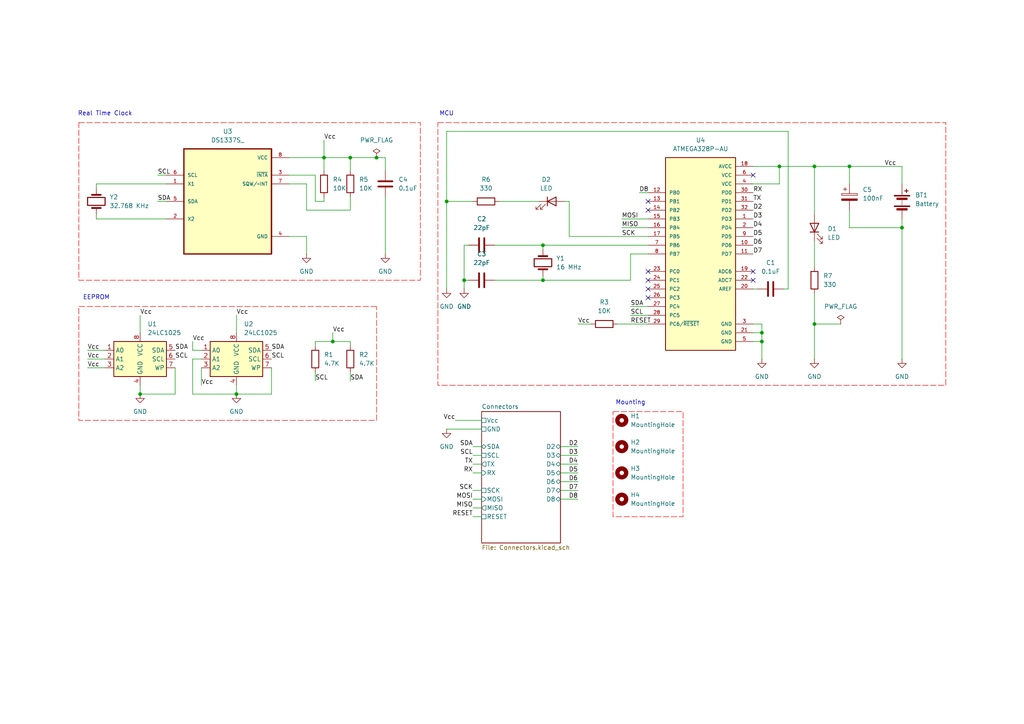
<source format=kicad_sch>
(kicad_sch
	(version 20250114)
	(generator "eeschema")
	(generator_version "9.0")
	(uuid "19a27ba3-b273-42f4-b520-5672b9fc4c35")
	(paper "A4")
	(title_block
		(title "${project_name}")
		(date "2025-07-06")
		(rev "1")
	)
	(lib_symbols
		(symbol "ATMEGA328P-AU:ATMEGA328P-AU"
			(pin_names
				(offset 1.016)
			)
			(exclude_from_sim no)
			(in_bom yes)
			(on_board yes)
			(property "Reference" "U4"
				(at 0 33.02 0)
				(effects
					(font
						(size 1.27 1.27)
					)
				)
			)
			(property "Value" "ATMEGA328P-AU"
				(at 0 30.48 0)
				(effects
					(font
						(size 1.27 1.27)
					)
				)
			)
			(property "Footprint" "MCU Datalogger:QFP80P900X900X120-32N"
				(at 0 0 0)
				(effects
					(font
						(size 1.27 1.27)
					)
					(justify bottom)
					(hide yes)
				)
			)
			(property "Datasheet" ""
				(at 0 0 0)
				(effects
					(font
						(size 1.27 1.27)
					)
					(hide yes)
				)
			)
			(property "Description" ""
				(at 0 0 0)
				(effects
					(font
						(size 1.27 1.27)
					)
					(hide yes)
				)
			)
			(property "MF" "Microchip"
				(at 0 0 0)
				(effects
					(font
						(size 1.27 1.27)
					)
					(justify bottom)
					(hide yes)
				)
			)
			(property "MAXIMUM_PACKAGE_HEIGHT" "1.20mm"
				(at 0 0 0)
				(effects
					(font
						(size 1.27 1.27)
					)
					(justify bottom)
					(hide yes)
				)
			)
			(property "Package" "TQFP-32 Microchip"
				(at 0 0 0)
				(effects
					(font
						(size 1.27 1.27)
					)
					(justify bottom)
					(hide yes)
				)
			)
			(property "Price" "None"
				(at 0 0 0)
				(effects
					(font
						(size 1.27 1.27)
					)
					(justify bottom)
					(hide yes)
				)
			)
			(property "Check_prices" "https://www.snapeda.com/parts/ATMEGA328P-AU/Microchip/view-part/?ref=eda"
				(at 0 0 0)
				(effects
					(font
						(size 1.27 1.27)
					)
					(justify bottom)
					(hide yes)
				)
			)
			(property "STANDARD" "IPC-7351B"
				(at 0 0 0)
				(effects
					(font
						(size 1.27 1.27)
					)
					(justify bottom)
					(hide yes)
				)
			)
			(property "PARTREV" "8271A"
				(at 0 0 0)
				(effects
					(font
						(size 1.27 1.27)
					)
					(justify bottom)
					(hide yes)
				)
			)
			(property "SnapEDA_Link" "https://www.snapeda.com/parts/ATMEGA328P-AU/Microchip/view-part/?ref=snap"
				(at 0 0 0)
				(effects
					(font
						(size 1.27 1.27)
					)
					(justify bottom)
					(hide yes)
				)
			)
			(property "MP" "ATMEGA328P-AU"
				(at 0 0 0)
				(effects
					(font
						(size 1.27 1.27)
					)
					(justify bottom)
					(hide yes)
				)
			)
			(property "Description_1" "AVR AVR® ATmega Microcontroller IC 8-Bit 20MHz 32KB (16K x 16) FLASH 32-TQFP (7x7)"
				(at 0 0 0)
				(effects
					(font
						(size 1.27 1.27)
					)
					(justify bottom)
					(hide yes)
				)
			)
			(property "Availability" "In Stock"
				(at 0 0 0)
				(effects
					(font
						(size 1.27 1.27)
					)
					(justify bottom)
					(hide yes)
				)
			)
			(property "MANUFACTURER" "Microchip"
				(at 0 0 0)
				(effects
					(font
						(size 1.27 1.27)
					)
					(justify bottom)
					(hide yes)
				)
			)
			(symbol "ATMEGA328P-AU_0_0"
				(rectangle
					(start -10.16 -27.94)
					(end 10.16 27.94)
					(stroke
						(width 0.254)
						(type default)
					)
					(fill
						(type background)
					)
				)
				(pin bidirectional line
					(at -15.24 17.78 0)
					(length 5.08)
					(name "PB0"
						(effects
							(font
								(size 1.016 1.016)
							)
						)
					)
					(number "12"
						(effects
							(font
								(size 1.016 1.016)
							)
						)
					)
				)
				(pin bidirectional line
					(at -15.24 15.24 0)
					(length 5.08)
					(name "PB1"
						(effects
							(font
								(size 1.016 1.016)
							)
						)
					)
					(number "13"
						(effects
							(font
								(size 1.016 1.016)
							)
						)
					)
				)
				(pin bidirectional line
					(at -15.24 12.7 0)
					(length 5.08)
					(name "PB2"
						(effects
							(font
								(size 1.016 1.016)
							)
						)
					)
					(number "14"
						(effects
							(font
								(size 1.016 1.016)
							)
						)
					)
				)
				(pin bidirectional line
					(at -15.24 10.16 0)
					(length 5.08)
					(name "PB3"
						(effects
							(font
								(size 1.016 1.016)
							)
						)
					)
					(number "15"
						(effects
							(font
								(size 1.016 1.016)
							)
						)
					)
				)
				(pin bidirectional line
					(at -15.24 7.62 0)
					(length 5.08)
					(name "PB4"
						(effects
							(font
								(size 1.016 1.016)
							)
						)
					)
					(number "16"
						(effects
							(font
								(size 1.016 1.016)
							)
						)
					)
				)
				(pin bidirectional line
					(at -15.24 5.08 0)
					(length 5.08)
					(name "PB5"
						(effects
							(font
								(size 1.016 1.016)
							)
						)
					)
					(number "17"
						(effects
							(font
								(size 1.016 1.016)
							)
						)
					)
				)
				(pin bidirectional line
					(at -15.24 2.54 0)
					(length 5.08)
					(name "PB6"
						(effects
							(font
								(size 1.016 1.016)
							)
						)
					)
					(number "7"
						(effects
							(font
								(size 1.016 1.016)
							)
						)
					)
				)
				(pin bidirectional line
					(at -15.24 0 0)
					(length 5.08)
					(name "PB7"
						(effects
							(font
								(size 1.016 1.016)
							)
						)
					)
					(number "8"
						(effects
							(font
								(size 1.016 1.016)
							)
						)
					)
				)
				(pin bidirectional line
					(at -15.24 -5.08 0)
					(length 5.08)
					(name "PC0"
						(effects
							(font
								(size 1.016 1.016)
							)
						)
					)
					(number "23"
						(effects
							(font
								(size 1.016 1.016)
							)
						)
					)
				)
				(pin bidirectional line
					(at -15.24 -7.62 0)
					(length 5.08)
					(name "PC1"
						(effects
							(font
								(size 1.016 1.016)
							)
						)
					)
					(number "24"
						(effects
							(font
								(size 1.016 1.016)
							)
						)
					)
				)
				(pin bidirectional line
					(at -15.24 -10.16 0)
					(length 5.08)
					(name "PC2"
						(effects
							(font
								(size 1.016 1.016)
							)
						)
					)
					(number "25"
						(effects
							(font
								(size 1.016 1.016)
							)
						)
					)
				)
				(pin bidirectional line
					(at -15.24 -12.7 0)
					(length 5.08)
					(name "PC3"
						(effects
							(font
								(size 1.016 1.016)
							)
						)
					)
					(number "26"
						(effects
							(font
								(size 1.016 1.016)
							)
						)
					)
				)
				(pin bidirectional line
					(at -15.24 -15.24 0)
					(length 5.08)
					(name "PC4"
						(effects
							(font
								(size 1.016 1.016)
							)
						)
					)
					(number "27"
						(effects
							(font
								(size 1.016 1.016)
							)
						)
					)
				)
				(pin bidirectional line
					(at -15.24 -17.78 0)
					(length 5.08)
					(name "PC5"
						(effects
							(font
								(size 1.016 1.016)
							)
						)
					)
					(number "28"
						(effects
							(font
								(size 1.016 1.016)
							)
						)
					)
				)
				(pin bidirectional line
					(at -15.24 -20.32 0)
					(length 5.08)
					(name "PC6/~{RESET}"
						(effects
							(font
								(size 1.016 1.016)
							)
						)
					)
					(number "29"
						(effects
							(font
								(size 1.016 1.016)
							)
						)
					)
				)
				(pin power_in line
					(at 15.24 25.4 180)
					(length 5.08)
					(name "AVCC"
						(effects
							(font
								(size 1.016 1.016)
							)
						)
					)
					(number "18"
						(effects
							(font
								(size 1.016 1.016)
							)
						)
					)
				)
				(pin power_in line
					(at 15.24 22.86 180)
					(length 5.08)
					(name "VCC"
						(effects
							(font
								(size 1.016 1.016)
							)
						)
					)
					(number "6"
						(effects
							(font
								(size 1.016 1.016)
							)
						)
					)
				)
				(pin power_in line
					(at 15.24 20.32 180)
					(length 5.08)
					(name "VCC"
						(effects
							(font
								(size 1.016 1.016)
							)
						)
					)
					(number "4"
						(effects
							(font
								(size 1.016 1.016)
							)
						)
					)
				)
				(pin bidirectional line
					(at 15.24 17.78 180)
					(length 5.08)
					(name "PD0"
						(effects
							(font
								(size 1.016 1.016)
							)
						)
					)
					(number "30"
						(effects
							(font
								(size 1.016 1.016)
							)
						)
					)
				)
				(pin bidirectional line
					(at 15.24 15.24 180)
					(length 5.08)
					(name "PD1"
						(effects
							(font
								(size 1.016 1.016)
							)
						)
					)
					(number "31"
						(effects
							(font
								(size 1.016 1.016)
							)
						)
					)
				)
				(pin bidirectional line
					(at 15.24 12.7 180)
					(length 5.08)
					(name "PD2"
						(effects
							(font
								(size 1.016 1.016)
							)
						)
					)
					(number "32"
						(effects
							(font
								(size 1.016 1.016)
							)
						)
					)
				)
				(pin bidirectional line
					(at 15.24 10.16 180)
					(length 5.08)
					(name "PD3"
						(effects
							(font
								(size 1.016 1.016)
							)
						)
					)
					(number "1"
						(effects
							(font
								(size 1.016 1.016)
							)
						)
					)
				)
				(pin bidirectional line
					(at 15.24 7.62 180)
					(length 5.08)
					(name "PD4"
						(effects
							(font
								(size 1.016 1.016)
							)
						)
					)
					(number "2"
						(effects
							(font
								(size 1.016 1.016)
							)
						)
					)
				)
				(pin bidirectional line
					(at 15.24 5.08 180)
					(length 5.08)
					(name "PD5"
						(effects
							(font
								(size 1.016 1.016)
							)
						)
					)
					(number "9"
						(effects
							(font
								(size 1.016 1.016)
							)
						)
					)
				)
				(pin bidirectional line
					(at 15.24 2.54 180)
					(length 5.08)
					(name "PD6"
						(effects
							(font
								(size 1.016 1.016)
							)
						)
					)
					(number "10"
						(effects
							(font
								(size 1.016 1.016)
							)
						)
					)
				)
				(pin bidirectional line
					(at 15.24 0 180)
					(length 5.08)
					(name "PD7"
						(effects
							(font
								(size 1.016 1.016)
							)
						)
					)
					(number "11"
						(effects
							(font
								(size 1.016 1.016)
							)
						)
					)
				)
				(pin bidirectional line
					(at 15.24 -5.08 180)
					(length 5.08)
					(name "ADC6"
						(effects
							(font
								(size 1.016 1.016)
							)
						)
					)
					(number "19"
						(effects
							(font
								(size 1.016 1.016)
							)
						)
					)
				)
				(pin bidirectional line
					(at 15.24 -7.62 180)
					(length 5.08)
					(name "ADC7"
						(effects
							(font
								(size 1.016 1.016)
							)
						)
					)
					(number "22"
						(effects
							(font
								(size 1.016 1.016)
							)
						)
					)
				)
				(pin input line
					(at 15.24 -10.16 180)
					(length 5.08)
					(name "AREF"
						(effects
							(font
								(size 1.016 1.016)
							)
						)
					)
					(number "20"
						(effects
							(font
								(size 1.016 1.016)
							)
						)
					)
				)
				(pin power_in line
					(at 15.24 -20.32 180)
					(length 5.08)
					(name "GND"
						(effects
							(font
								(size 1.016 1.016)
							)
						)
					)
					(number "3"
						(effects
							(font
								(size 1.016 1.016)
							)
						)
					)
				)
				(pin power_in line
					(at 15.24 -22.86 180)
					(length 5.08)
					(name "GND"
						(effects
							(font
								(size 1.016 1.016)
							)
						)
					)
					(number "21"
						(effects
							(font
								(size 1.016 1.016)
							)
						)
					)
				)
				(pin power_in line
					(at 15.24 -25.4 180)
					(length 5.08)
					(name "GND"
						(effects
							(font
								(size 1.016 1.016)
							)
						)
					)
					(number "5"
						(effects
							(font
								(size 1.016 1.016)
							)
						)
					)
				)
			)
			(embedded_fonts no)
		)
		(symbol "DS1337S_:DS1337S_"
			(pin_names
				(offset 1.016)
			)
			(exclude_from_sim no)
			(in_bom yes)
			(on_board yes)
			(property "Reference" "U"
				(at -12.7 16.24 0)
				(effects
					(font
						(size 1.27 1.27)
					)
					(justify left bottom)
				)
			)
			(property "Value" "DS1337S_"
				(at -12.7 -19.24 0)
				(effects
					(font
						(size 1.27 1.27)
					)
					(justify left bottom)
				)
			)
			(property "Footprint" "DS1337S_:SOIC127P600X175-8N"
				(at 0 0 0)
				(effects
					(font
						(size 1.27 1.27)
					)
					(justify bottom)
					(hide yes)
				)
			)
			(property "Datasheet" ""
				(at 0 0 0)
				(effects
					(font
						(size 1.27 1.27)
					)
					(hide yes)
				)
			)
			(property "Description" ""
				(at 0 0 0)
				(effects
					(font
						(size 1.27 1.27)
					)
					(hide yes)
				)
			)
			(property "MF" "Maxim Integrated Products"
				(at 0 0 0)
				(effects
					(font
						(size 1.27 1.27)
					)
					(justify bottom)
					(hide yes)
				)
			)
			(property "Description_1" "Real Time Clock (RTC) IC Clock/Calendar I2C, 2-Wire Serial 8-SOIC (0.154, 3.90mm Width)"
				(at 0 0 0)
				(effects
					(font
						(size 1.27 1.27)
					)
					(justify bottom)
					(hide yes)
				)
			)
			(property "Package" "SOIC-8 Maxim"
				(at 0 0 0)
				(effects
					(font
						(size 1.27 1.27)
					)
					(justify bottom)
					(hide yes)
				)
			)
			(property "Price" "None"
				(at 0 0 0)
				(effects
					(font
						(size 1.27 1.27)
					)
					(justify bottom)
					(hide yes)
				)
			)
			(property "SnapEDA_Link" "https://www.snapeda.com/parts/DS1337S+/Maxim+Integrated/view-part/?ref=snap"
				(at 0 0 0)
				(effects
					(font
						(size 1.27 1.27)
					)
					(justify bottom)
					(hide yes)
				)
			)
			(property "MP" "DS1337S+"
				(at 0 0 0)
				(effects
					(font
						(size 1.27 1.27)
					)
					(justify bottom)
					(hide yes)
				)
			)
			(property "Availability" "In Stock"
				(at 0 0 0)
				(effects
					(font
						(size 1.27 1.27)
					)
					(justify bottom)
					(hide yes)
				)
			)
			(property "Check_prices" "https://www.snapeda.com/parts/DS1337S+/Maxim+Integrated/view-part/?ref=eda"
				(at 0 0 0)
				(effects
					(font
						(size 1.27 1.27)
					)
					(justify bottom)
					(hide yes)
				)
			)
			(symbol "DS1337S__0_0"
				(rectangle
					(start -12.7 -15.24)
					(end 12.7 15.24)
					(stroke
						(width 0.41)
						(type default)
					)
					(fill
						(type background)
					)
				)
				(pin input line
					(at -17.78 7.62 0)
					(length 5.08)
					(name "SCL"
						(effects
							(font
								(size 1.016 1.016)
							)
						)
					)
					(number "6"
						(effects
							(font
								(size 1.016 1.016)
							)
						)
					)
				)
				(pin input line
					(at -17.78 5.08 0)
					(length 5.08)
					(name "X1"
						(effects
							(font
								(size 1.016 1.016)
							)
						)
					)
					(number "1"
						(effects
							(font
								(size 1.016 1.016)
							)
						)
					)
				)
				(pin bidirectional line
					(at -17.78 0 0)
					(length 5.08)
					(name "SDA"
						(effects
							(font
								(size 1.016 1.016)
							)
						)
					)
					(number "5"
						(effects
							(font
								(size 1.016 1.016)
							)
						)
					)
				)
				(pin bidirectional line
					(at -17.78 -5.08 0)
					(length 5.08)
					(name "X2"
						(effects
							(font
								(size 1.016 1.016)
							)
						)
					)
					(number "2"
						(effects
							(font
								(size 1.016 1.016)
							)
						)
					)
				)
				(pin power_in line
					(at 17.78 12.7 180)
					(length 5.08)
					(name "VCC"
						(effects
							(font
								(size 1.016 1.016)
							)
						)
					)
					(number "8"
						(effects
							(font
								(size 1.016 1.016)
							)
						)
					)
				)
				(pin output line
					(at 17.78 7.62 180)
					(length 5.08)
					(name "~{INTA}"
						(effects
							(font
								(size 1.016 1.016)
							)
						)
					)
					(number "3"
						(effects
							(font
								(size 1.016 1.016)
							)
						)
					)
				)
				(pin output line
					(at 17.78 5.08 180)
					(length 5.08)
					(name "SQW/~INT"
						(effects
							(font
								(size 1.016 1.016)
							)
						)
					)
					(number "7"
						(effects
							(font
								(size 1.016 1.016)
							)
						)
					)
				)
				(pin power_in line
					(at 17.78 -10.16 180)
					(length 5.08)
					(name "GND"
						(effects
							(font
								(size 1.016 1.016)
							)
						)
					)
					(number "4"
						(effects
							(font
								(size 1.016 1.016)
							)
						)
					)
				)
			)
			(embedded_fonts no)
		)
		(symbol "Device:Battery"
			(pin_numbers
				(hide yes)
			)
			(pin_names
				(offset 0)
				(hide yes)
			)
			(exclude_from_sim no)
			(in_bom yes)
			(on_board yes)
			(property "Reference" "BT"
				(at 2.54 2.54 0)
				(effects
					(font
						(size 1.27 1.27)
					)
					(justify left)
				)
			)
			(property "Value" "Battery"
				(at 2.54 0 0)
				(effects
					(font
						(size 1.27 1.27)
					)
					(justify left)
				)
			)
			(property "Footprint" ""
				(at 0 1.524 90)
				(effects
					(font
						(size 1.27 1.27)
					)
					(hide yes)
				)
			)
			(property "Datasheet" "~"
				(at 0 1.524 90)
				(effects
					(font
						(size 1.27 1.27)
					)
					(hide yes)
				)
			)
			(property "Description" "Multiple-cell battery"
				(at 0 0 0)
				(effects
					(font
						(size 1.27 1.27)
					)
					(hide yes)
				)
			)
			(property "ki_keywords" "batt voltage-source cell"
				(at 0 0 0)
				(effects
					(font
						(size 1.27 1.27)
					)
					(hide yes)
				)
			)
			(symbol "Battery_0_1"
				(rectangle
					(start -2.286 1.778)
					(end 2.286 1.524)
					(stroke
						(width 0)
						(type default)
					)
					(fill
						(type outline)
					)
				)
				(rectangle
					(start -2.286 -1.27)
					(end 2.286 -1.524)
					(stroke
						(width 0)
						(type default)
					)
					(fill
						(type outline)
					)
				)
				(rectangle
					(start -1.524 1.016)
					(end 1.524 0.508)
					(stroke
						(width 0)
						(type default)
					)
					(fill
						(type outline)
					)
				)
				(rectangle
					(start -1.524 -2.032)
					(end 1.524 -2.54)
					(stroke
						(width 0)
						(type default)
					)
					(fill
						(type outline)
					)
				)
				(polyline
					(pts
						(xy 0 1.778) (xy 0 2.54)
					)
					(stroke
						(width 0)
						(type default)
					)
					(fill
						(type none)
					)
				)
				(polyline
					(pts
						(xy 0 0) (xy 0 0.254)
					)
					(stroke
						(width 0)
						(type default)
					)
					(fill
						(type none)
					)
				)
				(polyline
					(pts
						(xy 0 -0.508) (xy 0 -0.254)
					)
					(stroke
						(width 0)
						(type default)
					)
					(fill
						(type none)
					)
				)
				(polyline
					(pts
						(xy 0 -1.016) (xy 0 -0.762)
					)
					(stroke
						(width 0)
						(type default)
					)
					(fill
						(type none)
					)
				)
				(polyline
					(pts
						(xy 0.762 3.048) (xy 1.778 3.048)
					)
					(stroke
						(width 0.254)
						(type default)
					)
					(fill
						(type none)
					)
				)
				(polyline
					(pts
						(xy 1.27 3.556) (xy 1.27 2.54)
					)
					(stroke
						(width 0.254)
						(type default)
					)
					(fill
						(type none)
					)
				)
			)
			(symbol "Battery_1_1"
				(pin passive line
					(at 0 5.08 270)
					(length 2.54)
					(name "+"
						(effects
							(font
								(size 1.27 1.27)
							)
						)
					)
					(number "1"
						(effects
							(font
								(size 1.27 1.27)
							)
						)
					)
				)
				(pin passive line
					(at 0 -5.08 90)
					(length 2.54)
					(name "-"
						(effects
							(font
								(size 1.27 1.27)
							)
						)
					)
					(number "2"
						(effects
							(font
								(size 1.27 1.27)
							)
						)
					)
				)
			)
			(embedded_fonts no)
		)
		(symbol "Device:C"
			(pin_numbers
				(hide yes)
			)
			(pin_names
				(offset 0.254)
			)
			(exclude_from_sim no)
			(in_bom yes)
			(on_board yes)
			(property "Reference" "C"
				(at 0.635 2.54 0)
				(effects
					(font
						(size 1.27 1.27)
					)
					(justify left)
				)
			)
			(property "Value" "C"
				(at 0.635 -2.54 0)
				(effects
					(font
						(size 1.27 1.27)
					)
					(justify left)
				)
			)
			(property "Footprint" ""
				(at 0.9652 -3.81 0)
				(effects
					(font
						(size 1.27 1.27)
					)
					(hide yes)
				)
			)
			(property "Datasheet" "~"
				(at 0 0 0)
				(effects
					(font
						(size 1.27 1.27)
					)
					(hide yes)
				)
			)
			(property "Description" "Unpolarized capacitor"
				(at 0 0 0)
				(effects
					(font
						(size 1.27 1.27)
					)
					(hide yes)
				)
			)
			(property "ki_keywords" "cap capacitor"
				(at 0 0 0)
				(effects
					(font
						(size 1.27 1.27)
					)
					(hide yes)
				)
			)
			(property "ki_fp_filters" "C_*"
				(at 0 0 0)
				(effects
					(font
						(size 1.27 1.27)
					)
					(hide yes)
				)
			)
			(symbol "C_0_1"
				(polyline
					(pts
						(xy -2.032 0.762) (xy 2.032 0.762)
					)
					(stroke
						(width 0.508)
						(type default)
					)
					(fill
						(type none)
					)
				)
				(polyline
					(pts
						(xy -2.032 -0.762) (xy 2.032 -0.762)
					)
					(stroke
						(width 0.508)
						(type default)
					)
					(fill
						(type none)
					)
				)
			)
			(symbol "C_1_1"
				(pin passive line
					(at 0 3.81 270)
					(length 2.794)
					(name "~"
						(effects
							(font
								(size 1.27 1.27)
							)
						)
					)
					(number "1"
						(effects
							(font
								(size 1.27 1.27)
							)
						)
					)
				)
				(pin passive line
					(at 0 -3.81 90)
					(length 2.794)
					(name "~"
						(effects
							(font
								(size 1.27 1.27)
							)
						)
					)
					(number "2"
						(effects
							(font
								(size 1.27 1.27)
							)
						)
					)
				)
			)
			(embedded_fonts no)
		)
		(symbol "Device:C_Polarized"
			(pin_numbers
				(hide yes)
			)
			(pin_names
				(offset 0.254)
			)
			(exclude_from_sim no)
			(in_bom yes)
			(on_board yes)
			(property "Reference" "C"
				(at 0.635 2.54 0)
				(effects
					(font
						(size 1.27 1.27)
					)
					(justify left)
				)
			)
			(property "Value" "C_Polarized"
				(at 0.635 -2.54 0)
				(effects
					(font
						(size 1.27 1.27)
					)
					(justify left)
				)
			)
			(property "Footprint" ""
				(at 0.9652 -3.81 0)
				(effects
					(font
						(size 1.27 1.27)
					)
					(hide yes)
				)
			)
			(property "Datasheet" "~"
				(at 0 0 0)
				(effects
					(font
						(size 1.27 1.27)
					)
					(hide yes)
				)
			)
			(property "Description" "Polarized capacitor"
				(at 0 0 0)
				(effects
					(font
						(size 1.27 1.27)
					)
					(hide yes)
				)
			)
			(property "ki_keywords" "cap capacitor"
				(at 0 0 0)
				(effects
					(font
						(size 1.27 1.27)
					)
					(hide yes)
				)
			)
			(property "ki_fp_filters" "CP_*"
				(at 0 0 0)
				(effects
					(font
						(size 1.27 1.27)
					)
					(hide yes)
				)
			)
			(symbol "C_Polarized_0_1"
				(rectangle
					(start -2.286 0.508)
					(end 2.286 1.016)
					(stroke
						(width 0)
						(type default)
					)
					(fill
						(type none)
					)
				)
				(polyline
					(pts
						(xy -1.778 2.286) (xy -0.762 2.286)
					)
					(stroke
						(width 0)
						(type default)
					)
					(fill
						(type none)
					)
				)
				(polyline
					(pts
						(xy -1.27 2.794) (xy -1.27 1.778)
					)
					(stroke
						(width 0)
						(type default)
					)
					(fill
						(type none)
					)
				)
				(rectangle
					(start 2.286 -0.508)
					(end -2.286 -1.016)
					(stroke
						(width 0)
						(type default)
					)
					(fill
						(type outline)
					)
				)
			)
			(symbol "C_Polarized_1_1"
				(pin passive line
					(at 0 3.81 270)
					(length 2.794)
					(name "~"
						(effects
							(font
								(size 1.27 1.27)
							)
						)
					)
					(number "1"
						(effects
							(font
								(size 1.27 1.27)
							)
						)
					)
				)
				(pin passive line
					(at 0 -3.81 90)
					(length 2.794)
					(name "~"
						(effects
							(font
								(size 1.27 1.27)
							)
						)
					)
					(number "2"
						(effects
							(font
								(size 1.27 1.27)
							)
						)
					)
				)
			)
			(embedded_fonts no)
		)
		(symbol "Device:Crystal"
			(pin_numbers
				(hide yes)
			)
			(pin_names
				(offset 1.016)
				(hide yes)
			)
			(exclude_from_sim no)
			(in_bom yes)
			(on_board yes)
			(property "Reference" "Y"
				(at 0 3.81 0)
				(effects
					(font
						(size 1.27 1.27)
					)
				)
			)
			(property "Value" "Crystal"
				(at 0 -3.81 0)
				(effects
					(font
						(size 1.27 1.27)
					)
				)
			)
			(property "Footprint" ""
				(at 0 0 0)
				(effects
					(font
						(size 1.27 1.27)
					)
					(hide yes)
				)
			)
			(property "Datasheet" "~"
				(at 0 0 0)
				(effects
					(font
						(size 1.27 1.27)
					)
					(hide yes)
				)
			)
			(property "Description" "Two pin crystal"
				(at 0 0 0)
				(effects
					(font
						(size 1.27 1.27)
					)
					(hide yes)
				)
			)
			(property "ki_keywords" "quartz ceramic resonator oscillator"
				(at 0 0 0)
				(effects
					(font
						(size 1.27 1.27)
					)
					(hide yes)
				)
			)
			(property "ki_fp_filters" "Crystal*"
				(at 0 0 0)
				(effects
					(font
						(size 1.27 1.27)
					)
					(hide yes)
				)
			)
			(symbol "Crystal_0_1"
				(polyline
					(pts
						(xy -2.54 0) (xy -1.905 0)
					)
					(stroke
						(width 0)
						(type default)
					)
					(fill
						(type none)
					)
				)
				(polyline
					(pts
						(xy -1.905 -1.27) (xy -1.905 1.27)
					)
					(stroke
						(width 0.508)
						(type default)
					)
					(fill
						(type none)
					)
				)
				(rectangle
					(start -1.143 2.54)
					(end 1.143 -2.54)
					(stroke
						(width 0.3048)
						(type default)
					)
					(fill
						(type none)
					)
				)
				(polyline
					(pts
						(xy 1.905 -1.27) (xy 1.905 1.27)
					)
					(stroke
						(width 0.508)
						(type default)
					)
					(fill
						(type none)
					)
				)
				(polyline
					(pts
						(xy 2.54 0) (xy 1.905 0)
					)
					(stroke
						(width 0)
						(type default)
					)
					(fill
						(type none)
					)
				)
			)
			(symbol "Crystal_1_1"
				(pin passive line
					(at -3.81 0 0)
					(length 1.27)
					(name "1"
						(effects
							(font
								(size 1.27 1.27)
							)
						)
					)
					(number "1"
						(effects
							(font
								(size 1.27 1.27)
							)
						)
					)
				)
				(pin passive line
					(at 3.81 0 180)
					(length 1.27)
					(name "2"
						(effects
							(font
								(size 1.27 1.27)
							)
						)
					)
					(number "2"
						(effects
							(font
								(size 1.27 1.27)
							)
						)
					)
				)
			)
			(embedded_fonts no)
		)
		(symbol "Device:LED"
			(pin_numbers
				(hide yes)
			)
			(pin_names
				(offset 1.016)
				(hide yes)
			)
			(exclude_from_sim no)
			(in_bom yes)
			(on_board yes)
			(property "Reference" "D"
				(at 0 2.54 0)
				(effects
					(font
						(size 1.27 1.27)
					)
				)
			)
			(property "Value" "LED"
				(at 0 -2.54 0)
				(effects
					(font
						(size 1.27 1.27)
					)
				)
			)
			(property "Footprint" ""
				(at 0 0 0)
				(effects
					(font
						(size 1.27 1.27)
					)
					(hide yes)
				)
			)
			(property "Datasheet" "~"
				(at 0 0 0)
				(effects
					(font
						(size 1.27 1.27)
					)
					(hide yes)
				)
			)
			(property "Description" "Light emitting diode"
				(at 0 0 0)
				(effects
					(font
						(size 1.27 1.27)
					)
					(hide yes)
				)
			)
			(property "Sim.Pins" "1=K 2=A"
				(at 0 0 0)
				(effects
					(font
						(size 1.27 1.27)
					)
					(hide yes)
				)
			)
			(property "ki_keywords" "LED diode"
				(at 0 0 0)
				(effects
					(font
						(size 1.27 1.27)
					)
					(hide yes)
				)
			)
			(property "ki_fp_filters" "LED* LED_SMD:* LED_THT:*"
				(at 0 0 0)
				(effects
					(font
						(size 1.27 1.27)
					)
					(hide yes)
				)
			)
			(symbol "LED_0_1"
				(polyline
					(pts
						(xy -3.048 -0.762) (xy -4.572 -2.286) (xy -3.81 -2.286) (xy -4.572 -2.286) (xy -4.572 -1.524)
					)
					(stroke
						(width 0)
						(type default)
					)
					(fill
						(type none)
					)
				)
				(polyline
					(pts
						(xy -1.778 -0.762) (xy -3.302 -2.286) (xy -2.54 -2.286) (xy -3.302 -2.286) (xy -3.302 -1.524)
					)
					(stroke
						(width 0)
						(type default)
					)
					(fill
						(type none)
					)
				)
				(polyline
					(pts
						(xy -1.27 0) (xy 1.27 0)
					)
					(stroke
						(width 0)
						(type default)
					)
					(fill
						(type none)
					)
				)
				(polyline
					(pts
						(xy -1.27 -1.27) (xy -1.27 1.27)
					)
					(stroke
						(width 0.254)
						(type default)
					)
					(fill
						(type none)
					)
				)
				(polyline
					(pts
						(xy 1.27 -1.27) (xy 1.27 1.27) (xy -1.27 0) (xy 1.27 -1.27)
					)
					(stroke
						(width 0.254)
						(type default)
					)
					(fill
						(type none)
					)
				)
			)
			(symbol "LED_1_1"
				(pin passive line
					(at -3.81 0 0)
					(length 2.54)
					(name "K"
						(effects
							(font
								(size 1.27 1.27)
							)
						)
					)
					(number "1"
						(effects
							(font
								(size 1.27 1.27)
							)
						)
					)
				)
				(pin passive line
					(at 3.81 0 180)
					(length 2.54)
					(name "A"
						(effects
							(font
								(size 1.27 1.27)
							)
						)
					)
					(number "2"
						(effects
							(font
								(size 1.27 1.27)
							)
						)
					)
				)
			)
			(embedded_fonts no)
		)
		(symbol "Device:R"
			(pin_numbers
				(hide yes)
			)
			(pin_names
				(offset 0)
			)
			(exclude_from_sim no)
			(in_bom yes)
			(on_board yes)
			(property "Reference" "R"
				(at 2.032 0 90)
				(effects
					(font
						(size 1.27 1.27)
					)
				)
			)
			(property "Value" "R"
				(at 0 0 90)
				(effects
					(font
						(size 1.27 1.27)
					)
				)
			)
			(property "Footprint" ""
				(at -1.778 0 90)
				(effects
					(font
						(size 1.27 1.27)
					)
					(hide yes)
				)
			)
			(property "Datasheet" "~"
				(at 0 0 0)
				(effects
					(font
						(size 1.27 1.27)
					)
					(hide yes)
				)
			)
			(property "Description" "Resistor"
				(at 0 0 0)
				(effects
					(font
						(size 1.27 1.27)
					)
					(hide yes)
				)
			)
			(property "ki_keywords" "R res resistor"
				(at 0 0 0)
				(effects
					(font
						(size 1.27 1.27)
					)
					(hide yes)
				)
			)
			(property "ki_fp_filters" "R_*"
				(at 0 0 0)
				(effects
					(font
						(size 1.27 1.27)
					)
					(hide yes)
				)
			)
			(symbol "R_0_1"
				(rectangle
					(start -1.016 -2.54)
					(end 1.016 2.54)
					(stroke
						(width 0.254)
						(type default)
					)
					(fill
						(type none)
					)
				)
			)
			(symbol "R_1_1"
				(pin passive line
					(at 0 3.81 270)
					(length 1.27)
					(name "~"
						(effects
							(font
								(size 1.27 1.27)
							)
						)
					)
					(number "1"
						(effects
							(font
								(size 1.27 1.27)
							)
						)
					)
				)
				(pin passive line
					(at 0 -3.81 90)
					(length 1.27)
					(name "~"
						(effects
							(font
								(size 1.27 1.27)
							)
						)
					)
					(number "2"
						(effects
							(font
								(size 1.27 1.27)
							)
						)
					)
				)
			)
			(embedded_fonts no)
		)
		(symbol "Mechanical:MountingHole"
			(pin_names
				(offset 1.016)
			)
			(exclude_from_sim no)
			(in_bom no)
			(on_board yes)
			(property "Reference" "H"
				(at 0 5.08 0)
				(effects
					(font
						(size 1.27 1.27)
					)
				)
			)
			(property "Value" "MountingHole"
				(at 0 3.175 0)
				(effects
					(font
						(size 1.27 1.27)
					)
				)
			)
			(property "Footprint" ""
				(at 0 0 0)
				(effects
					(font
						(size 1.27 1.27)
					)
					(hide yes)
				)
			)
			(property "Datasheet" "~"
				(at 0 0 0)
				(effects
					(font
						(size 1.27 1.27)
					)
					(hide yes)
				)
			)
			(property "Description" "Mounting Hole without connection"
				(at 0 0 0)
				(effects
					(font
						(size 1.27 1.27)
					)
					(hide yes)
				)
			)
			(property "ki_keywords" "mounting hole"
				(at 0 0 0)
				(effects
					(font
						(size 1.27 1.27)
					)
					(hide yes)
				)
			)
			(property "ki_fp_filters" "MountingHole*"
				(at 0 0 0)
				(effects
					(font
						(size 1.27 1.27)
					)
					(hide yes)
				)
			)
			(symbol "MountingHole_0_1"
				(circle
					(center 0 0)
					(radius 1.27)
					(stroke
						(width 1.27)
						(type default)
					)
					(fill
						(type none)
					)
				)
			)
			(embedded_fonts no)
		)
		(symbol "Memory_EEPROM:24LC1025"
			(exclude_from_sim no)
			(in_bom yes)
			(on_board yes)
			(property "Reference" "U"
				(at -6.35 6.35 0)
				(effects
					(font
						(size 1.27 1.27)
					)
				)
			)
			(property "Value" "24LC1025"
				(at 1.27 6.35 0)
				(effects
					(font
						(size 1.27 1.27)
					)
					(justify left)
				)
			)
			(property "Footprint" ""
				(at 0 0 0)
				(effects
					(font
						(size 1.27 1.27)
					)
					(hide yes)
				)
			)
			(property "Datasheet" "http://ww1.microchip.com/downloads/en/DeviceDoc/21941B.pdf"
				(at 0 0 0)
				(effects
					(font
						(size 1.27 1.27)
					)
					(hide yes)
				)
			)
			(property "Description" "I2C Serial EEPROM, 1024Kb, DIP-8/SOIC-8/TSSOP-8/DFN-8"
				(at 0 0 0)
				(effects
					(font
						(size 1.27 1.27)
					)
					(hide yes)
				)
			)
			(property "ki_keywords" "I2C Serial EEPROM"
				(at 0 0 0)
				(effects
					(font
						(size 1.27 1.27)
					)
					(hide yes)
				)
			)
			(property "ki_fp_filters" "DIP*W7.62mm* SOIC*3.9x4.9mm* TSSOP*4.4x3mm*P0.65mm* DFN*3x2mm*P0.5mm*"
				(at 0 0 0)
				(effects
					(font
						(size 1.27 1.27)
					)
					(hide yes)
				)
			)
			(symbol "24LC1025_1_1"
				(rectangle
					(start -7.62 5.08)
					(end 7.62 -5.08)
					(stroke
						(width 0.254)
						(type default)
					)
					(fill
						(type background)
					)
				)
				(pin input line
					(at -10.16 2.54 0)
					(length 2.54)
					(name "A0"
						(effects
							(font
								(size 1.27 1.27)
							)
						)
					)
					(number "1"
						(effects
							(font
								(size 1.27 1.27)
							)
						)
					)
				)
				(pin input line
					(at -10.16 0 0)
					(length 2.54)
					(name "A1"
						(effects
							(font
								(size 1.27 1.27)
							)
						)
					)
					(number "2"
						(effects
							(font
								(size 1.27 1.27)
							)
						)
					)
				)
				(pin input line
					(at -10.16 -2.54 0)
					(length 2.54)
					(name "A2"
						(effects
							(font
								(size 1.27 1.27)
							)
						)
					)
					(number "3"
						(effects
							(font
								(size 1.27 1.27)
							)
						)
					)
				)
				(pin power_in line
					(at 0 7.62 270)
					(length 2.54)
					(name "VCC"
						(effects
							(font
								(size 1.27 1.27)
							)
						)
					)
					(number "8"
						(effects
							(font
								(size 1.27 1.27)
							)
						)
					)
				)
				(pin power_in line
					(at 0 -7.62 90)
					(length 2.54)
					(name "GND"
						(effects
							(font
								(size 1.27 1.27)
							)
						)
					)
					(number "4"
						(effects
							(font
								(size 1.27 1.27)
							)
						)
					)
				)
				(pin bidirectional line
					(at 10.16 2.54 180)
					(length 2.54)
					(name "SDA"
						(effects
							(font
								(size 1.27 1.27)
							)
						)
					)
					(number "5"
						(effects
							(font
								(size 1.27 1.27)
							)
						)
					)
				)
				(pin input line
					(at 10.16 0 180)
					(length 2.54)
					(name "SCL"
						(effects
							(font
								(size 1.27 1.27)
							)
						)
					)
					(number "6"
						(effects
							(font
								(size 1.27 1.27)
							)
						)
					)
				)
				(pin input line
					(at 10.16 -2.54 180)
					(length 2.54)
					(name "WP"
						(effects
							(font
								(size 1.27 1.27)
							)
						)
					)
					(number "7"
						(effects
							(font
								(size 1.27 1.27)
							)
						)
					)
				)
			)
			(embedded_fonts no)
		)
		(symbol "power:GND"
			(power)
			(pin_numbers
				(hide yes)
			)
			(pin_names
				(offset 0)
				(hide yes)
			)
			(exclude_from_sim no)
			(in_bom yes)
			(on_board yes)
			(property "Reference" "#PWR"
				(at 0 -6.35 0)
				(effects
					(font
						(size 1.27 1.27)
					)
					(hide yes)
				)
			)
			(property "Value" "GND"
				(at 0 -3.81 0)
				(effects
					(font
						(size 1.27 1.27)
					)
				)
			)
			(property "Footprint" ""
				(at 0 0 0)
				(effects
					(font
						(size 1.27 1.27)
					)
					(hide yes)
				)
			)
			(property "Datasheet" ""
				(at 0 0 0)
				(effects
					(font
						(size 1.27 1.27)
					)
					(hide yes)
				)
			)
			(property "Description" "Power symbol creates a global label with name \"GND\" , ground"
				(at 0 0 0)
				(effects
					(font
						(size 1.27 1.27)
					)
					(hide yes)
				)
			)
			(property "ki_keywords" "global power"
				(at 0 0 0)
				(effects
					(font
						(size 1.27 1.27)
					)
					(hide yes)
				)
			)
			(symbol "GND_0_1"
				(polyline
					(pts
						(xy 0 0) (xy 0 -1.27) (xy 1.27 -1.27) (xy 0 -2.54) (xy -1.27 -1.27) (xy 0 -1.27)
					)
					(stroke
						(width 0)
						(type default)
					)
					(fill
						(type none)
					)
				)
			)
			(symbol "GND_1_1"
				(pin power_in line
					(at 0 0 270)
					(length 0)
					(name "~"
						(effects
							(font
								(size 1.27 1.27)
							)
						)
					)
					(number "1"
						(effects
							(font
								(size 1.27 1.27)
							)
						)
					)
				)
			)
			(embedded_fonts no)
		)
		(symbol "power:PWR_FLAG"
			(power)
			(pin_numbers
				(hide yes)
			)
			(pin_names
				(offset 0)
				(hide yes)
			)
			(exclude_from_sim no)
			(in_bom yes)
			(on_board yes)
			(property "Reference" "#FLG"
				(at 0 1.905 0)
				(effects
					(font
						(size 1.27 1.27)
					)
					(hide yes)
				)
			)
			(property "Value" "PWR_FLAG"
				(at 0 3.81 0)
				(effects
					(font
						(size 1.27 1.27)
					)
				)
			)
			(property "Footprint" ""
				(at 0 0 0)
				(effects
					(font
						(size 1.27 1.27)
					)
					(hide yes)
				)
			)
			(property "Datasheet" "~"
				(at 0 0 0)
				(effects
					(font
						(size 1.27 1.27)
					)
					(hide yes)
				)
			)
			(property "Description" "Special symbol for telling ERC where power comes from"
				(at 0 0 0)
				(effects
					(font
						(size 1.27 1.27)
					)
					(hide yes)
				)
			)
			(property "ki_keywords" "flag power"
				(at 0 0 0)
				(effects
					(font
						(size 1.27 1.27)
					)
					(hide yes)
				)
			)
			(symbol "PWR_FLAG_0_0"
				(pin power_out line
					(at 0 0 90)
					(length 0)
					(name "~"
						(effects
							(font
								(size 1.27 1.27)
							)
						)
					)
					(number "1"
						(effects
							(font
								(size 1.27 1.27)
							)
						)
					)
				)
			)
			(symbol "PWR_FLAG_0_1"
				(polyline
					(pts
						(xy 0 0) (xy 0 1.27) (xy -1.016 1.905) (xy 0 2.54) (xy 1.016 1.905) (xy 0 1.27)
					)
					(stroke
						(width 0)
						(type default)
					)
					(fill
						(type none)
					)
				)
			)
			(embedded_fonts no)
		)
	)
	(text "EEPROM"
		(exclude_from_sim no)
		(at 27.94 86.36 0)
		(effects
			(font
				(size 1.27 1.27)
			)
		)
		(uuid "30927cb4-d6ea-4c0a-9290-975033cb0680")
	)
	(text "Mounting"
		(exclude_from_sim no)
		(at 182.88 116.84 0)
		(effects
			(font
				(size 1.27 1.27)
			)
		)
		(uuid "7169720a-f677-4e63-8a0a-b14018a55439")
	)
	(text "MCU"
		(exclude_from_sim no)
		(at 129.54 33.02 0)
		(effects
			(font
				(size 1.27 1.27)
			)
		)
		(uuid "99f88fcc-029d-40ed-a989-2f40c93b8ea5")
	)
	(text "Real Time Clock"
		(exclude_from_sim no)
		(at 30.48 33.02 0)
		(effects
			(font
				(size 1.27 1.27)
			)
		)
		(uuid "d0bcea45-a3b1-4db7-a670-15db21c938f6")
	)
	(junction
		(at 96.52 99.06)
		(diameter 0)
		(color 0 0 0 0)
		(uuid "23e79351-c922-4f8d-86df-28e0b6939e59")
	)
	(junction
		(at 157.48 71.12)
		(diameter 0)
		(color 0 0 0 0)
		(uuid "33926f48-421f-43ab-819c-8a61298c35d5")
	)
	(junction
		(at 261.62 66.04)
		(diameter 0)
		(color 0 0 0 0)
		(uuid "35cb79c5-291c-431d-8b2b-1c19b29e0af6")
	)
	(junction
		(at 93.98 45.72)
		(diameter 0)
		(color 0 0 0 0)
		(uuid "5be13adb-1626-466a-8e44-fdcedad1bbeb")
	)
	(junction
		(at 129.54 58.42)
		(diameter 0)
		(color 0 0 0 0)
		(uuid "6fb2d948-f71b-4e84-9188-8ad220126329")
	)
	(junction
		(at 220.98 99.06)
		(diameter 0)
		(color 0 0 0 0)
		(uuid "7a5610c4-0a5b-45e3-af7e-45104a78e989")
	)
	(junction
		(at 68.58 114.3)
		(diameter 0)
		(color 0 0 0 0)
		(uuid "99737790-c48e-4a26-958b-c855682e8d01")
	)
	(junction
		(at 134.62 81.28)
		(diameter 0)
		(color 0 0 0 0)
		(uuid "a8d9975c-2cb3-41ca-b869-4806375614bb")
	)
	(junction
		(at 157.48 81.28)
		(diameter 0)
		(color 0 0 0 0)
		(uuid "bf7a0de9-5112-4b84-99b3-cb4f2b865aa5")
	)
	(junction
		(at 40.64 114.3)
		(diameter 0)
		(color 0 0 0 0)
		(uuid "c478ebcf-9862-4062-9b8c-99f11c33fe68")
	)
	(junction
		(at 109.22 45.72)
		(diameter 0)
		(color 0 0 0 0)
		(uuid "c5a99efa-467b-48de-a9aa-5ff973a7cee3")
	)
	(junction
		(at 220.98 96.52)
		(diameter 0)
		(color 0 0 0 0)
		(uuid "ca4a06b5-ced7-4a1f-8f33-a15e59dff1f9")
	)
	(junction
		(at 236.22 48.26)
		(diameter 0)
		(color 0 0 0 0)
		(uuid "ceecf9ce-e2c6-4e0c-b2d4-08187740016e")
	)
	(junction
		(at 226.06 48.26)
		(diameter 0)
		(color 0 0 0 0)
		(uuid "d310a7fb-1ee3-4315-9216-7dd02a050656")
	)
	(junction
		(at 246.38 48.26)
		(diameter 0)
		(color 0 0 0 0)
		(uuid "e6ac5802-54e1-4e64-bae2-0a10594b7a2e")
	)
	(junction
		(at 101.6 45.72)
		(diameter 0)
		(color 0 0 0 0)
		(uuid "f6ab8e9e-3929-4b24-a565-f42d25c4ab9b")
	)
	(junction
		(at 236.22 93.98)
		(diameter 0)
		(color 0 0 0 0)
		(uuid "f99923f1-1930-4399-8bab-dea6ffb2ba44")
	)
	(no_connect
		(at 218.44 50.8)
		(uuid "0654e043-1ee6-4465-a6f9-e305461edc32")
	)
	(no_connect
		(at 218.44 78.74)
		(uuid "0d6d6654-261b-4d41-b3fd-d0c342d5a593")
	)
	(no_connect
		(at 187.96 86.36)
		(uuid "392f72c9-7c86-4e21-9f74-4e73357933c5")
	)
	(no_connect
		(at 187.96 78.74)
		(uuid "3a3af3d2-7ead-450f-81f6-448db2759a77")
	)
	(no_connect
		(at 187.96 81.28)
		(uuid "429ba42d-feff-462e-9915-be1bdcdc8e34")
	)
	(no_connect
		(at 187.96 60.96)
		(uuid "4cf43780-5d85-47ba-83d2-addbf9716593")
	)
	(no_connect
		(at 187.96 58.42)
		(uuid "d216f3d8-8c4f-43fc-9317-3258e183b7e0")
	)
	(no_connect
		(at 187.96 83.82)
		(uuid "e35ad8a1-4cdc-4f14-938e-9144e70c79ad")
	)
	(no_connect
		(at 218.44 81.28)
		(uuid "e96098be-75fb-48c3-ad7c-176b8b8c1020")
	)
	(wire
		(pts
			(xy 78.74 114.3) (xy 68.58 114.3)
		)
		(stroke
			(width 0)
			(type default)
		)
		(uuid "013095bc-da1e-47da-a279-19433f2e7ea9")
	)
	(wire
		(pts
			(xy 182.88 88.9) (xy 187.96 88.9)
		)
		(stroke
			(width 0)
			(type default)
		)
		(uuid "0370c2ae-c3c7-402a-930b-a452abded78b")
	)
	(wire
		(pts
			(xy 93.98 45.72) (xy 101.6 45.72)
		)
		(stroke
			(width 0)
			(type default)
		)
		(uuid "0464cea5-d0d6-4b39-9110-8bed8e524a83")
	)
	(wire
		(pts
			(xy 58.42 104.14) (xy 55.88 104.14)
		)
		(stroke
			(width 0)
			(type default)
		)
		(uuid "071e2fb9-192d-4a96-a644-9a07c503f40a")
	)
	(wire
		(pts
			(xy 129.54 58.42) (xy 129.54 83.82)
		)
		(stroke
			(width 0)
			(type default)
		)
		(uuid "07205891-ca68-41ff-88a3-dcbc9a11d50f")
	)
	(wire
		(pts
			(xy 220.98 99.06) (xy 218.44 99.06)
		)
		(stroke
			(width 0)
			(type default)
		)
		(uuid "078eb184-35ab-4a97-b569-398f342d663d")
	)
	(wire
		(pts
			(xy 88.9 60.96) (xy 101.6 60.96)
		)
		(stroke
			(width 0)
			(type default)
		)
		(uuid "09432eee-e61c-4464-b1b3-d6a7afdb71e0")
	)
	(wire
		(pts
			(xy 68.58 111.76) (xy 68.58 114.3)
		)
		(stroke
			(width 0)
			(type default)
		)
		(uuid "0dda202d-eedf-4d4d-b9f9-516ba3e56de8")
	)
	(wire
		(pts
			(xy 220.98 99.06) (xy 220.98 104.14)
		)
		(stroke
			(width 0)
			(type default)
		)
		(uuid "0f33f400-fb15-4664-9c6b-a41bb2c8fc2a")
	)
	(wire
		(pts
			(xy 78.74 106.68) (xy 78.74 114.3)
		)
		(stroke
			(width 0)
			(type default)
		)
		(uuid "139607ad-94cb-4342-a4c9-8d07672efdd3")
	)
	(wire
		(pts
			(xy 187.96 73.66) (xy 182.88 73.66)
		)
		(stroke
			(width 0)
			(type default)
		)
		(uuid "16e4b315-e555-496e-a270-51cf8108d8fe")
	)
	(wire
		(pts
			(xy 246.38 48.26) (xy 246.38 53.34)
		)
		(stroke
			(width 0)
			(type default)
		)
		(uuid "1a6b079b-05c5-4155-b418-5bd54086bfad")
	)
	(wire
		(pts
			(xy 93.98 45.72) (xy 93.98 49.53)
		)
		(stroke
			(width 0)
			(type default)
		)
		(uuid "1ebc3945-fe5e-4b31-8dfa-d1ea5537b378")
	)
	(wire
		(pts
			(xy 162.56 142.24) (xy 167.64 142.24)
		)
		(stroke
			(width 0)
			(type default)
		)
		(uuid "20379671-d9b0-4342-9cbd-4e01ad758714")
	)
	(wire
		(pts
			(xy 45.72 50.8) (xy 48.26 50.8)
		)
		(stroke
			(width 0)
			(type default)
		)
		(uuid "208462bf-d544-4ab3-a5cc-92ef794b7706")
	)
	(wire
		(pts
			(xy 162.56 144.78) (xy 167.64 144.78)
		)
		(stroke
			(width 0)
			(type default)
		)
		(uuid "21b882a1-a2a6-49bb-a362-4ebae5eab7d8")
	)
	(wire
		(pts
			(xy 83.82 68.58) (xy 88.9 68.58)
		)
		(stroke
			(width 0)
			(type default)
		)
		(uuid "22b2a2a1-0c27-4aba-b910-aa9fd76af7fb")
	)
	(wire
		(pts
			(xy 50.8 106.68) (xy 50.8 114.3)
		)
		(stroke
			(width 0)
			(type default)
		)
		(uuid "23aec020-f1ef-4759-94df-768864f6da80")
	)
	(wire
		(pts
			(xy 180.34 63.5) (xy 187.96 63.5)
		)
		(stroke
			(width 0)
			(type default)
		)
		(uuid "2f473957-e997-4eac-a549-c48b610037c3")
	)
	(wire
		(pts
			(xy 134.62 81.28) (xy 134.62 71.12)
		)
		(stroke
			(width 0)
			(type default)
		)
		(uuid "2f76f946-c35f-4854-b54a-9986e9e3dcce")
	)
	(wire
		(pts
			(xy 40.64 91.44) (xy 40.64 96.52)
		)
		(stroke
			(width 0)
			(type default)
		)
		(uuid "2ff0b4b3-0d55-4daa-b0f0-caf8f5a355ef")
	)
	(wire
		(pts
			(xy 137.16 58.42) (xy 129.54 58.42)
		)
		(stroke
			(width 0)
			(type default)
		)
		(uuid "3119b29b-3091-49ec-8695-2ddc62f3f727")
	)
	(wire
		(pts
			(xy 165.1 68.58) (xy 187.96 68.58)
		)
		(stroke
			(width 0)
			(type default)
		)
		(uuid "348a8347-7b6f-4896-bff8-a843731a041b")
	)
	(wire
		(pts
			(xy 83.82 53.34) (xy 88.9 53.34)
		)
		(stroke
			(width 0)
			(type default)
		)
		(uuid "34dc3e80-f9e6-405c-96d8-3fc405e5f942")
	)
	(wire
		(pts
			(xy 261.62 63.5) (xy 261.62 66.04)
		)
		(stroke
			(width 0)
			(type default)
		)
		(uuid "37388ac0-2555-4740-a0f0-9ab8a8886d7f")
	)
	(wire
		(pts
			(xy 96.52 99.06) (xy 101.6 99.06)
		)
		(stroke
			(width 0)
			(type default)
		)
		(uuid "3bb4abbb-0e61-4048-99ab-a1a430b27164")
	)
	(wire
		(pts
			(xy 167.64 93.98) (xy 171.45 93.98)
		)
		(stroke
			(width 0)
			(type default)
		)
		(uuid "3ed3e499-9b76-4d5b-b7b5-2d4891470ccf")
	)
	(wire
		(pts
			(xy 45.72 58.42) (xy 48.26 58.42)
		)
		(stroke
			(width 0)
			(type default)
		)
		(uuid "3fa0ba34-6340-4c29-9a69-3c03742c73bd")
	)
	(wire
		(pts
			(xy 93.98 40.64) (xy 93.98 45.72)
		)
		(stroke
			(width 0)
			(type default)
		)
		(uuid "414d9344-8875-430a-bf1c-285374a4b7ac")
	)
	(wire
		(pts
			(xy 129.54 38.1) (xy 129.54 58.42)
		)
		(stroke
			(width 0)
			(type default)
		)
		(uuid "45a68c3f-a0c9-41d0-8867-dd3ad97b7c87")
	)
	(wire
		(pts
			(xy 101.6 45.72) (xy 101.6 49.53)
		)
		(stroke
			(width 0)
			(type default)
		)
		(uuid "46f2a020-fa94-4a25-8704-bed76d962b08")
	)
	(wire
		(pts
			(xy 101.6 99.06) (xy 101.6 100.33)
		)
		(stroke
			(width 0)
			(type default)
		)
		(uuid "4851cf21-f14a-46d3-ac01-ca3d5968197f")
	)
	(wire
		(pts
			(xy 137.16 147.32) (xy 139.7 147.32)
		)
		(stroke
			(width 0)
			(type default)
		)
		(uuid "4cc32801-97ad-406b-9e84-818e8aa60ad8")
	)
	(wire
		(pts
			(xy 25.4 106.68) (xy 30.48 106.68)
		)
		(stroke
			(width 0)
			(type default)
		)
		(uuid "5021018d-798b-4c08-b362-81dfaed6429d")
	)
	(wire
		(pts
			(xy 101.6 110.49) (xy 101.6 107.95)
		)
		(stroke
			(width 0)
			(type default)
		)
		(uuid "513d46c4-f4b6-4ad1-98a0-e5a114ae54db")
	)
	(wire
		(pts
			(xy 27.94 53.34) (xy 27.94 54.61)
		)
		(stroke
			(width 0)
			(type default)
		)
		(uuid "51b38ad5-6e99-4797-a2dc-519ba49bb141")
	)
	(wire
		(pts
			(xy 40.64 111.76) (xy 40.64 114.3)
		)
		(stroke
			(width 0)
			(type default)
		)
		(uuid "51f184af-ab78-49c2-9c8f-09e7951245cc")
	)
	(wire
		(pts
			(xy 132.08 121.92) (xy 139.7 121.92)
		)
		(stroke
			(width 0)
			(type default)
		)
		(uuid "529b153a-cb4e-4780-b680-f0b606182172")
	)
	(wire
		(pts
			(xy 218.44 83.82) (xy 219.71 83.82)
		)
		(stroke
			(width 0)
			(type default)
		)
		(uuid "53077c18-2fd2-4512-9d98-dd56eb9b266e")
	)
	(wire
		(pts
			(xy 220.98 93.98) (xy 220.98 96.52)
		)
		(stroke
			(width 0)
			(type default)
		)
		(uuid "53e55c19-5251-49a3-a008-64abfec1664e")
	)
	(wire
		(pts
			(xy 261.62 53.34) (xy 261.62 48.26)
		)
		(stroke
			(width 0)
			(type default)
		)
		(uuid "550e06e9-551d-402b-ad6d-c999b17e9799")
	)
	(wire
		(pts
			(xy 226.06 53.34) (xy 226.06 48.26)
		)
		(stroke
			(width 0)
			(type default)
		)
		(uuid "588754d3-260b-4400-9bae-19ef66381c84")
	)
	(wire
		(pts
			(xy 137.16 144.78) (xy 139.7 144.78)
		)
		(stroke
			(width 0)
			(type default)
		)
		(uuid "59bb2302-93c1-4684-b6c4-625f6d5ed3fd")
	)
	(wire
		(pts
			(xy 228.6 38.1) (xy 129.54 38.1)
		)
		(stroke
			(width 0)
			(type default)
		)
		(uuid "5af9398e-749b-4d8e-a65a-1aeff3581f2f")
	)
	(wire
		(pts
			(xy 162.56 132.08) (xy 167.64 132.08)
		)
		(stroke
			(width 0)
			(type default)
		)
		(uuid "5b750ba2-ed04-43dd-b75a-877dbc6d11da")
	)
	(wire
		(pts
			(xy 111.76 57.15) (xy 111.76 73.66)
		)
		(stroke
			(width 0)
			(type default)
		)
		(uuid "5dce6856-23a3-40b4-bc1a-eb7726ac37f9")
	)
	(wire
		(pts
			(xy 25.4 101.6) (xy 30.48 101.6)
		)
		(stroke
			(width 0)
			(type default)
		)
		(uuid "5f0b4ada-3ef9-47a3-8ec2-d8be9965be0c")
	)
	(wire
		(pts
			(xy 68.58 91.44) (xy 68.58 96.52)
		)
		(stroke
			(width 0)
			(type default)
		)
		(uuid "5fbe0b68-6ae4-4a4a-adeb-839972ace1b6")
	)
	(wire
		(pts
			(xy 88.9 53.34) (xy 88.9 60.96)
		)
		(stroke
			(width 0)
			(type default)
		)
		(uuid "60344f83-1016-4690-b051-d305a699b101")
	)
	(wire
		(pts
			(xy 91.44 100.33) (xy 91.44 99.06)
		)
		(stroke
			(width 0)
			(type default)
		)
		(uuid "613d8e3a-d6ff-45dc-9dff-197d31898ebe")
	)
	(wire
		(pts
			(xy 137.16 134.62) (xy 139.7 134.62)
		)
		(stroke
			(width 0)
			(type default)
		)
		(uuid "630c2a07-2001-44f1-a001-2ef386f36adf")
	)
	(wire
		(pts
			(xy 182.88 81.28) (xy 157.48 81.28)
		)
		(stroke
			(width 0)
			(type default)
		)
		(uuid "630fc80f-5795-4e53-8e82-8b8159259153")
	)
	(wire
		(pts
			(xy 226.06 48.26) (xy 218.44 48.26)
		)
		(stroke
			(width 0)
			(type default)
		)
		(uuid "667c650f-5b5a-4da8-b106-1263e7fdcc33")
	)
	(wire
		(pts
			(xy 137.16 129.54) (xy 139.7 129.54)
		)
		(stroke
			(width 0)
			(type default)
		)
		(uuid "66f113e1-3f30-4251-ab64-84bba363ed5b")
	)
	(wire
		(pts
			(xy 58.42 111.76) (xy 58.42 106.68)
		)
		(stroke
			(width 0)
			(type default)
		)
		(uuid "6b63e9ae-107e-4351-bb3f-c14365e3fe6f")
	)
	(wire
		(pts
			(xy 101.6 45.72) (xy 109.22 45.72)
		)
		(stroke
			(width 0)
			(type default)
		)
		(uuid "6b6bbf5e-a320-4314-aaac-a8564e4af424")
	)
	(wire
		(pts
			(xy 157.48 71.12) (xy 157.48 72.39)
		)
		(stroke
			(width 0)
			(type default)
		)
		(uuid "70ddda03-718b-4458-a647-1a713adbbcf4")
	)
	(wire
		(pts
			(xy 143.51 71.12) (xy 157.48 71.12)
		)
		(stroke
			(width 0)
			(type default)
		)
		(uuid "71cf2a17-de97-4197-9220-4be38f5e98d1")
	)
	(wire
		(pts
			(xy 55.88 101.6) (xy 58.42 101.6)
		)
		(stroke
			(width 0)
			(type default)
		)
		(uuid "727c79f0-2f50-49f4-8194-014c91a30fb6")
	)
	(wire
		(pts
			(xy 101.6 57.15) (xy 101.6 60.96)
		)
		(stroke
			(width 0)
			(type default)
		)
		(uuid "73ca32a1-e2bc-4ae9-8b0a-9e3b4708d4b0")
	)
	(wire
		(pts
			(xy 88.9 68.58) (xy 88.9 73.66)
		)
		(stroke
			(width 0)
			(type default)
		)
		(uuid "783f3f21-2bca-4f31-ab4a-1b6e6f5199fe")
	)
	(wire
		(pts
			(xy 134.62 71.12) (xy 135.89 71.12)
		)
		(stroke
			(width 0)
			(type default)
		)
		(uuid "7b3996d7-5f0c-4c61-8992-c67aba1b7391")
	)
	(wire
		(pts
			(xy 246.38 66.04) (xy 261.62 66.04)
		)
		(stroke
			(width 0)
			(type default)
		)
		(uuid "7feb6246-31e6-493c-9ac6-ba1a7a5e80d0")
	)
	(wire
		(pts
			(xy 187.96 71.12) (xy 157.48 71.12)
		)
		(stroke
			(width 0)
			(type default)
		)
		(uuid "84b2ed3f-fbda-4955-97c4-62a287a6d1b3")
	)
	(wire
		(pts
			(xy 218.44 53.34) (xy 226.06 53.34)
		)
		(stroke
			(width 0)
			(type default)
		)
		(uuid "84b89785-3974-490b-b706-38d7b90201e7")
	)
	(wire
		(pts
			(xy 144.78 58.42) (xy 156.21 58.42)
		)
		(stroke
			(width 0)
			(type default)
		)
		(uuid "89ae918e-e714-4407-9b52-f261608769bd")
	)
	(wire
		(pts
			(xy 180.34 66.04) (xy 187.96 66.04)
		)
		(stroke
			(width 0)
			(type default)
		)
		(uuid "8bcf05ff-7187-4f10-9cdf-9e07e3c9657f")
	)
	(wire
		(pts
			(xy 48.26 63.5) (xy 27.94 63.5)
		)
		(stroke
			(width 0)
			(type default)
		)
		(uuid "8c14e9a3-6391-4f71-ae2d-23f9974fd13a")
	)
	(wire
		(pts
			(xy 236.22 93.98) (xy 243.84 93.98)
		)
		(stroke
			(width 0)
			(type default)
		)
		(uuid "8db5753f-2bc7-4a5f-b1ff-6b8079c9eeeb")
	)
	(wire
		(pts
			(xy 228.6 83.82) (xy 228.6 38.1)
		)
		(stroke
			(width 0)
			(type default)
		)
		(uuid "8eb706d3-aa25-4ea4-bd87-3bc6617fc58d")
	)
	(wire
		(pts
			(xy 83.82 50.8) (xy 91.44 50.8)
		)
		(stroke
			(width 0)
			(type default)
		)
		(uuid "901e3281-c459-4a91-a36d-552fbe6102b7")
	)
	(wire
		(pts
			(xy 137.16 142.24) (xy 139.7 142.24)
		)
		(stroke
			(width 0)
			(type default)
		)
		(uuid "90a0eb4d-93c2-4aec-a51e-d5a9551d61c2")
	)
	(wire
		(pts
			(xy 55.88 114.3) (xy 68.58 114.3)
		)
		(stroke
			(width 0)
			(type default)
		)
		(uuid "90bcc0dc-4d3a-4f7a-b81e-5efe32274875")
	)
	(wire
		(pts
			(xy 134.62 81.28) (xy 135.89 81.28)
		)
		(stroke
			(width 0)
			(type default)
		)
		(uuid "9667cc66-9021-4978-9525-d5efc442c515")
	)
	(wire
		(pts
			(xy 162.56 137.16) (xy 167.64 137.16)
		)
		(stroke
			(width 0)
			(type default)
		)
		(uuid "9794b43c-35c7-492a-a65c-c3734046c0c0")
	)
	(wire
		(pts
			(xy 220.98 96.52) (xy 220.98 99.06)
		)
		(stroke
			(width 0)
			(type default)
		)
		(uuid "9839a067-814e-4472-9158-8c09195676eb")
	)
	(wire
		(pts
			(xy 93.98 57.15) (xy 93.98 58.42)
		)
		(stroke
			(width 0)
			(type default)
		)
		(uuid "9997b735-9e61-4459-9f4b-dc410cc99352")
	)
	(wire
		(pts
			(xy 236.22 93.98) (xy 236.22 104.14)
		)
		(stroke
			(width 0)
			(type default)
		)
		(uuid "9b52e4bc-c3d4-4067-908b-237e6806a2d3")
	)
	(wire
		(pts
			(xy 162.56 139.7) (xy 167.64 139.7)
		)
		(stroke
			(width 0)
			(type default)
		)
		(uuid "9b6493be-2939-45ba-b9d8-b6d32f093c46")
	)
	(wire
		(pts
			(xy 218.44 93.98) (xy 220.98 93.98)
		)
		(stroke
			(width 0)
			(type default)
		)
		(uuid "9b673e07-5cf5-41cb-9e7c-ef04efb0e6d3")
	)
	(wire
		(pts
			(xy 246.38 48.26) (xy 236.22 48.26)
		)
		(stroke
			(width 0)
			(type default)
		)
		(uuid "9bf93977-33cd-44fc-8b13-e23d8db74d80")
	)
	(wire
		(pts
			(xy 162.56 134.62) (xy 167.64 134.62)
		)
		(stroke
			(width 0)
			(type default)
		)
		(uuid "9f129f82-fe8f-4247-9871-8d3f7d24cd14")
	)
	(wire
		(pts
			(xy 27.94 62.23) (xy 27.94 63.5)
		)
		(stroke
			(width 0)
			(type default)
		)
		(uuid "a0e3984f-f2e7-493d-94c8-f727512151c1")
	)
	(wire
		(pts
			(xy 96.52 96.52) (xy 96.52 99.06)
		)
		(stroke
			(width 0)
			(type default)
		)
		(uuid "a768277f-1a27-4f93-aec7-fe552a62a136")
	)
	(wire
		(pts
			(xy 91.44 58.42) (xy 93.98 58.42)
		)
		(stroke
			(width 0)
			(type default)
		)
		(uuid "a8932ab7-a0e9-46e1-b946-f0d7135600d1")
	)
	(wire
		(pts
			(xy 91.44 99.06) (xy 96.52 99.06)
		)
		(stroke
			(width 0)
			(type default)
		)
		(uuid "a8f4a659-7ab9-4532-93c7-2060a9512dc8")
	)
	(wire
		(pts
			(xy 236.22 48.26) (xy 236.22 62.23)
		)
		(stroke
			(width 0)
			(type default)
		)
		(uuid "aed4a079-5bbd-4c42-9531-0ffdb97c839b")
	)
	(wire
		(pts
			(xy 25.4 104.14) (xy 30.48 104.14)
		)
		(stroke
			(width 0)
			(type default)
		)
		(uuid "b17fa349-0297-4e9a-bf8e-167e110410bf")
	)
	(wire
		(pts
			(xy 218.44 96.52) (xy 220.98 96.52)
		)
		(stroke
			(width 0)
			(type default)
		)
		(uuid "b214a251-24d8-4b5c-9a79-03788f27e225")
	)
	(wire
		(pts
			(xy 137.16 137.16) (xy 139.7 137.16)
		)
		(stroke
			(width 0)
			(type default)
		)
		(uuid "b5762d48-15d8-416b-bb30-9557fdde1851")
	)
	(wire
		(pts
			(xy 91.44 50.8) (xy 91.44 58.42)
		)
		(stroke
			(width 0)
			(type default)
		)
		(uuid "c21fe4f4-e2e9-4905-98fc-a4a0266e61f2")
	)
	(wire
		(pts
			(xy 179.07 93.98) (xy 187.96 93.98)
		)
		(stroke
			(width 0)
			(type default)
		)
		(uuid "c4288e9c-a0a4-4375-aeb8-e0330ccf513d")
	)
	(wire
		(pts
			(xy 143.51 81.28) (xy 157.48 81.28)
		)
		(stroke
			(width 0)
			(type default)
		)
		(uuid "c92efb88-6f25-40e9-832e-db2921bd8bce")
	)
	(wire
		(pts
			(xy 236.22 69.85) (xy 236.22 77.47)
		)
		(stroke
			(width 0)
			(type default)
		)
		(uuid "c9dcb897-290a-4a9a-bb4a-b14e020a9246")
	)
	(wire
		(pts
			(xy 165.1 68.58) (xy 165.1 58.42)
		)
		(stroke
			(width 0)
			(type default)
		)
		(uuid "cd3474a7-1874-4e88-9adc-53765161bdaf")
	)
	(wire
		(pts
			(xy 83.82 45.72) (xy 93.98 45.72)
		)
		(stroke
			(width 0)
			(type default)
		)
		(uuid "cd48c302-35e4-4d6c-89c5-25651c9d8bb8")
	)
	(wire
		(pts
			(xy 236.22 85.09) (xy 236.22 93.98)
		)
		(stroke
			(width 0)
			(type default)
		)
		(uuid "cd640b5b-f91b-407d-82f0-bdef8672ecda")
	)
	(wire
		(pts
			(xy 50.8 114.3) (xy 40.64 114.3)
		)
		(stroke
			(width 0)
			(type default)
		)
		(uuid "ce781e7b-14c5-4b96-8598-435cdadce2c1")
	)
	(wire
		(pts
			(xy 163.83 58.42) (xy 165.1 58.42)
		)
		(stroke
			(width 0)
			(type default)
		)
		(uuid "d1259d85-97da-4dc4-898e-92d07b35ecbd")
	)
	(wire
		(pts
			(xy 91.44 110.49) (xy 91.44 107.95)
		)
		(stroke
			(width 0)
			(type default)
		)
		(uuid "d6d62702-97f7-4130-ad59-3e9d00690cd2")
	)
	(wire
		(pts
			(xy 185.42 55.88) (xy 187.96 55.88)
		)
		(stroke
			(width 0)
			(type default)
		)
		(uuid "d79d489e-f46d-4626-8010-4534264fcba4")
	)
	(wire
		(pts
			(xy 182.88 73.66) (xy 182.88 81.28)
		)
		(stroke
			(width 0)
			(type default)
		)
		(uuid "d936bdf9-cc15-4119-b068-bd141408e651")
	)
	(wire
		(pts
			(xy 109.22 45.72) (xy 111.76 45.72)
		)
		(stroke
			(width 0)
			(type default)
		)
		(uuid "dc56651e-14c8-49b1-a348-9fff53ee7b09")
	)
	(wire
		(pts
			(xy 55.88 99.06) (xy 55.88 101.6)
		)
		(stroke
			(width 0)
			(type default)
		)
		(uuid "df78acf3-206e-4c9a-8a37-7da80595e619")
	)
	(wire
		(pts
			(xy 137.16 132.08) (xy 139.7 132.08)
		)
		(stroke
			(width 0)
			(type default)
		)
		(uuid "e162ad83-cd90-44f0-8efb-eb92bca111ee")
	)
	(wire
		(pts
			(xy 129.54 124.46) (xy 139.7 124.46)
		)
		(stroke
			(width 0)
			(type default)
		)
		(uuid "e29c3e62-5f63-490e-a311-ffaad81e3618")
	)
	(wire
		(pts
			(xy 227.33 83.82) (xy 228.6 83.82)
		)
		(stroke
			(width 0)
			(type default)
		)
		(uuid "e384dddc-5b97-491c-a3b2-7199034b6d38")
	)
	(wire
		(pts
			(xy 261.62 48.26) (xy 246.38 48.26)
		)
		(stroke
			(width 0)
			(type default)
		)
		(uuid "e3db0c7b-10b2-4baa-9b6a-6498ed9c0e52")
	)
	(wire
		(pts
			(xy 48.26 53.34) (xy 27.94 53.34)
		)
		(stroke
			(width 0)
			(type default)
		)
		(uuid "ed116371-1b3d-438b-8f1a-381bc09a1d6e")
	)
	(wire
		(pts
			(xy 55.88 104.14) (xy 55.88 114.3)
		)
		(stroke
			(width 0)
			(type default)
		)
		(uuid "ee2753f6-e844-4ca5-baa7-fe4299fa9e3f")
	)
	(wire
		(pts
			(xy 157.48 80.01) (xy 157.48 81.28)
		)
		(stroke
			(width 0)
			(type default)
		)
		(uuid "f129d1fb-700d-4965-ac06-659f54a2fcba")
	)
	(wire
		(pts
			(xy 236.22 48.26) (xy 226.06 48.26)
		)
		(stroke
			(width 0)
			(type default)
		)
		(uuid "f1fb629c-ed1e-4da0-a728-ba4ce0402dc3")
	)
	(wire
		(pts
			(xy 134.62 81.28) (xy 134.62 83.82)
		)
		(stroke
			(width 0)
			(type default)
		)
		(uuid "f3a77121-2b13-45c5-a006-744be84f658d")
	)
	(wire
		(pts
			(xy 111.76 45.72) (xy 111.76 49.53)
		)
		(stroke
			(width 0)
			(type default)
		)
		(uuid "f4009f30-5e47-454f-a5a0-0420ca291ac7")
	)
	(wire
		(pts
			(xy 162.56 129.54) (xy 167.64 129.54)
		)
		(stroke
			(width 0)
			(type default)
		)
		(uuid "f558d6d8-5c1a-4b73-9858-863f1e62669d")
	)
	(wire
		(pts
			(xy 246.38 60.96) (xy 246.38 66.04)
		)
		(stroke
			(width 0)
			(type default)
		)
		(uuid "f91d702c-ee83-4dbb-bc70-ce904751f841")
	)
	(wire
		(pts
			(xy 182.88 91.44) (xy 187.96 91.44)
		)
		(stroke
			(width 0)
			(type default)
		)
		(uuid "f9f542c4-4479-4865-aff0-aad9c62298b5")
	)
	(wire
		(pts
			(xy 137.16 149.86) (xy 139.7 149.86)
		)
		(stroke
			(width 0)
			(type default)
		)
		(uuid "fd30adf4-9287-4c7c-9c60-78ad6b7a50ce")
	)
	(wire
		(pts
			(xy 261.62 66.04) (xy 261.62 104.14)
		)
		(stroke
			(width 0)
			(type default)
		)
		(uuid "fe5a30f1-d2e3-461b-9da2-18efb3effeec")
	)
	(label "D6"
		(at 167.64 139.7 180)
		(effects
			(font
				(size 1.27 1.27)
			)
			(justify right bottom)
		)
		(uuid "0dbf4bd1-1a91-4fd5-be3b-34cba6751736")
	)
	(label "RESET"
		(at 182.88 93.98 0)
		(effects
			(font
				(size 1.27 1.27)
			)
			(justify left bottom)
		)
		(uuid "0e2d2a18-19bf-4093-8c4c-a735af66afa0")
	)
	(label "Vcc"
		(at 93.98 40.64 0)
		(effects
			(font
				(size 1.27 1.27)
			)
			(justify left bottom)
		)
		(uuid "17602f9d-2480-42c7-a35a-d8b446c8e641")
	)
	(label "D7"
		(at 218.44 73.66 0)
		(effects
			(font
				(size 1.27 1.27)
			)
			(justify left bottom)
		)
		(uuid "196b2836-a3f3-470e-a630-db1ce9b80a1b")
	)
	(label "Vcc"
		(at 132.08 121.92 180)
		(effects
			(font
				(size 1.27 1.27)
			)
			(justify right bottom)
		)
		(uuid "1fbf41de-bf4b-42cf-8b18-c1540c1a8475")
	)
	(label "D6"
		(at 218.44 71.12 0)
		(effects
			(font
				(size 1.27 1.27)
			)
			(justify left bottom)
		)
		(uuid "212cdf42-3fca-42a7-91cb-26ae2a27433d")
	)
	(label "Vcc"
		(at 40.64 91.44 0)
		(effects
			(font
				(size 1.27 1.27)
			)
			(justify left bottom)
		)
		(uuid "2465d904-c56f-4d07-8c97-07fcee562f29")
	)
	(label "D2"
		(at 167.64 129.54 180)
		(effects
			(font
				(size 1.27 1.27)
			)
			(justify right bottom)
		)
		(uuid "3098249f-84a5-496b-acf7-f17d05b0db34")
	)
	(label "TX"
		(at 218.44 58.42 0)
		(effects
			(font
				(size 1.27 1.27)
			)
			(justify left bottom)
		)
		(uuid "372368d0-85da-4017-bbab-9d9e2fe7d7a9")
	)
	(label "RESET"
		(at 137.16 149.86 180)
		(effects
			(font
				(size 1.27 1.27)
			)
			(justify right bottom)
		)
		(uuid "37f31641-9625-4c42-9c0f-074728787f2d")
	)
	(label "MOSI"
		(at 137.16 144.78 180)
		(effects
			(font
				(size 1.27 1.27)
			)
			(justify right bottom)
		)
		(uuid "3d68f827-3762-455b-85b4-7d053e70e082")
	)
	(label "Vcc"
		(at 55.88 99.06 0)
		(effects
			(font
				(size 1.27 1.27)
			)
			(justify left bottom)
		)
		(uuid "3d6a9ec0-3943-42a1-9742-b58d58937545")
	)
	(label "SDA"
		(at 137.16 129.54 180)
		(effects
			(font
				(size 1.27 1.27)
			)
			(justify right bottom)
		)
		(uuid "406fb69c-d75c-4484-97fd-9f177a1ce838")
	)
	(label "Vcc"
		(at 58.42 111.76 0)
		(effects
			(font
				(size 1.27 1.27)
			)
			(justify left bottom)
		)
		(uuid "43fcb820-2f4f-4832-9239-ecb75e446b1e")
	)
	(label "SCK"
		(at 180.34 68.58 0)
		(effects
			(font
				(size 1.27 1.27)
			)
			(justify left bottom)
		)
		(uuid "4ffadf07-f437-454f-8349-dd6c594da809")
	)
	(label "SCL"
		(at 91.44 110.49 0)
		(effects
			(font
				(size 1.27 1.27)
			)
			(justify left bottom)
		)
		(uuid "54bf3352-ab46-45a5-ac14-58e1acb45104")
	)
	(label "MISO"
		(at 180.34 66.04 0)
		(effects
			(font
				(size 1.27 1.27)
			)
			(justify left bottom)
		)
		(uuid "55dcf38c-e107-4ef5-89e3-ba475758ccc4")
	)
	(label "SCL"
		(at 50.8 104.14 0)
		(effects
			(font
				(size 1.27 1.27)
			)
			(justify left bottom)
		)
		(uuid "56c95d25-57b5-4b5a-9007-2dcb328b6de9")
	)
	(label "SCL"
		(at 182.88 91.44 0)
		(effects
			(font
				(size 1.27 1.27)
			)
			(justify left bottom)
		)
		(uuid "577cd42e-9002-454c-969c-052d76eeb2fe")
	)
	(label "D8"
		(at 185.42 55.88 0)
		(effects
			(font
				(size 1.27 1.27)
			)
			(justify left bottom)
		)
		(uuid "5856de1d-8be7-4f56-92bb-3158ba89cd7e")
	)
	(label "SDA"
		(at 78.74 101.6 0)
		(effects
			(font
				(size 1.27 1.27)
			)
			(justify left bottom)
		)
		(uuid "5aab1dd6-1332-4118-b543-b34feb430a79")
	)
	(label "Vcc"
		(at 25.4 104.14 0)
		(effects
			(font
				(size 1.27 1.27)
			)
			(justify left bottom)
		)
		(uuid "61a0e50f-1a6a-4428-bfa1-fbd70a861208")
	)
	(label "TX"
		(at 137.16 134.62 180)
		(effects
			(font
				(size 1.27 1.27)
			)
			(justify right bottom)
		)
		(uuid "6447903e-0939-4be7-b3a0-2a48910637ba")
	)
	(label "Vcc"
		(at 256.54 48.26 0)
		(effects
			(font
				(size 1.27 1.27)
			)
			(justify left bottom)
		)
		(uuid "6e4f01a4-6105-4e35-afa4-dcfe33bf6d60")
	)
	(label "D2"
		(at 218.44 60.96 0)
		(effects
			(font
				(size 1.27 1.27)
			)
			(justify left bottom)
		)
		(uuid "705f08de-906c-45ee-9ffb-075027406692")
	)
	(label "D5"
		(at 218.44 68.58 0)
		(effects
			(font
				(size 1.27 1.27)
			)
			(justify left bottom)
		)
		(uuid "71ace448-ce41-496a-9f29-a2130ffd3bd6")
	)
	(label "SCK"
		(at 137.16 142.24 180)
		(effects
			(font
				(size 1.27 1.27)
			)
			(justify right bottom)
		)
		(uuid "752bd868-968c-46a8-af74-67465cddfbdc")
	)
	(label "SCL"
		(at 137.16 132.08 180)
		(effects
			(font
				(size 1.27 1.27)
			)
			(justify right bottom)
		)
		(uuid "75b40ff6-ed52-46fe-8c73-065d3deb428a")
	)
	(label "Vcc"
		(at 68.58 91.44 0)
		(effects
			(font
				(size 1.27 1.27)
			)
			(justify left bottom)
		)
		(uuid "802f1bdd-7622-4fb8-b0d8-de9a42cd61b0")
	)
	(label "D4"
		(at 218.44 66.04 0)
		(effects
			(font
				(size 1.27 1.27)
			)
			(justify left bottom)
		)
		(uuid "87cb6d0e-5b87-4627-a72f-1ca36cdf76a9")
	)
	(label "SDA"
		(at 45.72 58.42 0)
		(effects
			(font
				(size 1.27 1.27)
			)
			(justify left bottom)
		)
		(uuid "887a5fb2-ef06-4cdc-8617-eb77db191866")
	)
	(label "RX"
		(at 137.16 137.16 180)
		(effects
			(font
				(size 1.27 1.27)
			)
			(justify right bottom)
		)
		(uuid "8d11ff77-dd28-4d16-b8a5-ec7b634ce955")
	)
	(label "SCL"
		(at 78.74 104.14 0)
		(effects
			(font
				(size 1.27 1.27)
			)
			(justify left bottom)
		)
		(uuid "8ea2ddb8-ae03-49d6-be57-71783a68c62e")
	)
	(label "RX"
		(at 218.44 55.88 0)
		(effects
			(font
				(size 1.27 1.27)
			)
			(justify left bottom)
		)
		(uuid "909fcea1-d629-4a9e-b106-32ad377bdcee")
	)
	(label "MOSI"
		(at 180.34 63.5 0)
		(effects
			(font
				(size 1.27 1.27)
			)
			(justify left bottom)
		)
		(uuid "912c3f82-0b61-4e28-b1cc-e8738ce94401")
	)
	(label "SDA"
		(at 50.8 101.6 0)
		(effects
			(font
				(size 1.27 1.27)
			)
			(justify left bottom)
		)
		(uuid "94b0b925-2419-4141-b968-5f0e5ebb6b1c")
	)
	(label "D4"
		(at 167.64 134.62 180)
		(effects
			(font
				(size 1.27 1.27)
			)
			(justify right bottom)
		)
		(uuid "9701df40-a4c3-45df-8637-7b98919043cd")
	)
	(label "SCL"
		(at 45.72 50.8 0)
		(effects
			(font
				(size 1.27 1.27)
			)
			(justify left bottom)
		)
		(uuid "9da5382b-1aea-4a37-8dde-29babba95247")
	)
	(label "SDA"
		(at 101.6 110.49 0)
		(effects
			(font
				(size 1.27 1.27)
			)
			(justify left bottom)
		)
		(uuid "af09aa62-0c4c-457a-a454-0bb755980ffe")
	)
	(label "Vcc"
		(at 25.4 101.6 0)
		(effects
			(font
				(size 1.27 1.27)
			)
			(justify left bottom)
		)
		(uuid "afab54ba-34e2-44f4-a9c3-ca2760266cef")
	)
	(label "D3"
		(at 218.44 63.5 0)
		(effects
			(font
				(size 1.27 1.27)
			)
			(justify left bottom)
		)
		(uuid "b0755e4f-bdd6-4637-8edf-70c5c6899b8b")
	)
	(label "Vcc"
		(at 167.64 93.98 0)
		(effects
			(font
				(size 1.27 1.27)
			)
			(justify left bottom)
		)
		(uuid "bbfc2d2f-8a2d-4177-935a-86a1d3b6aae2")
	)
	(label "SDA"
		(at 182.88 88.9 0)
		(effects
			(font
				(size 1.27 1.27)
			)
			(justify left bottom)
		)
		(uuid "c16cb97c-3d3d-44b7-bc62-7bf46a8a10fe")
	)
	(label "MISO"
		(at 137.16 147.32 180)
		(effects
			(font
				(size 1.27 1.27)
			)
			(justify right bottom)
		)
		(uuid "ccfa8062-b5ef-494c-bb67-15c0528753ea")
	)
	(label "Vcc"
		(at 96.52 96.52 0)
		(effects
			(font
				(size 1.27 1.27)
			)
			(justify left bottom)
		)
		(uuid "ce29c5ad-2c8c-4cb0-af86-879679f42fd5")
	)
	(label "D3"
		(at 167.64 132.08 180)
		(effects
			(font
				(size 1.27 1.27)
			)
			(justify right bottom)
		)
		(uuid "d896dbae-d512-4fbc-8c5c-ad5a82920e8b")
	)
	(label "Vcc"
		(at 25.4 106.68 0)
		(effects
			(font
				(size 1.27 1.27)
			)
			(justify left bottom)
		)
		(uuid "e17847fa-a5f6-463b-a94b-b066efaf95a5")
	)
	(label "D8"
		(at 167.64 144.78 180)
		(effects
			(font
				(size 1.27 1.27)
			)
			(justify right bottom)
		)
		(uuid "e7ac2e3a-b067-482b-860d-19c66b5642e8")
	)
	(label "D5"
		(at 167.64 137.16 180)
		(effects
			(font
				(size 1.27 1.27)
			)
			(justify right bottom)
		)
		(uuid "e93f65a7-339a-4ebc-bd41-9f0fd9f93800")
	)
	(label "D7"
		(at 167.64 142.24 180)
		(effects
			(font
				(size 1.27 1.27)
			)
			(justify right bottom)
		)
		(uuid "f2a39a64-c40b-4293-9470-8d53ef579f61")
	)
	(rule_area
		(polyline
			(pts
				(xy 177.8 119.38) (xy 198.12 119.38) (xy 198.12 149.86) (xy 177.8 149.86)
			)
			(stroke
				(width 0)
				(type dash)
			)
			(fill
				(type none)
			)
			(uuid 1916753f-ff09-4a92-8813-b90c650be1a6)
		)
	)
	(rule_area
		(polyline
			(pts
				(xy 109.22 88.9) (xy 22.86 88.9) (xy 22.86 121.92) (xy 109.22 121.92)
			)
			(stroke
				(width 0)
				(type dash)
			)
			(fill
				(type none)
			)
			(uuid 6d197ee1-b619-47a5-8502-e1a7a4599ee7)
		)
	)
	(rule_area
		(polyline
			(pts
				(xy 22.86 35.56) (xy 121.92 35.56) (xy 121.92 81.28) (xy 22.86 81.28)
			)
			(stroke
				(width 0)
				(type dash)
			)
			(fill
				(type none)
			)
			(uuid c23d474e-1402-44d1-8576-c21ebb4de92d)
		)
	)
	(rule_area
		(polyline
			(pts
				(xy 127 35.56) (xy 274.32 35.56) (xy 274.32 111.76) (xy 127 111.76)
			)
			(stroke
				(width 0)
				(type dash)
			)
			(fill
				(type none)
			)
			(uuid ed1339aa-353c-4ba5-9bb5-46c0aeed64c3)
		)
	)
	(symbol
		(lib_id "Device:R")
		(at 101.6 53.34 0)
		(unit 1)
		(exclude_from_sim no)
		(in_bom yes)
		(on_board yes)
		(dnp no)
		(fields_autoplaced yes)
		(uuid "07feccff-bd9e-44f7-bb07-039ca225329e")
		(property "Reference" "R5"
			(at 104.14 52.0699 0)
			(effects
				(font
					(size 1.27 1.27)
				)
				(justify left)
			)
		)
		(property "Value" "10K"
			(at 104.14 54.6099 0)
			(effects
				(font
					(size 1.27 1.27)
				)
				(justify left)
			)
		)
		(property "Footprint" "Resistor_SMD:R_0805_2012Metric"
			(at 99.822 53.34 90)
			(effects
				(font
					(size 1.27 1.27)
				)
				(hide yes)
			)
		)
		(property "Datasheet" "~"
			(at 101.6 53.34 0)
			(effects
				(font
					(size 1.27 1.27)
				)
				(hide yes)
			)
		)
		(property "Description" "Resistor"
			(at 101.6 53.34 0)
			(effects
				(font
					(size 1.27 1.27)
				)
				(hide yes)
			)
		)
		(property "Purpose" ""
			(at 101.6 53.34 0)
			(effects
				(font
					(size 1.27 1.27)
				)
			)
		)
		(pin "1"
			(uuid "04423120-5a87-4308-ad22-cc96b1d3a1c9")
		)
		(pin "2"
			(uuid "033a0d2a-24be-448c-bdde-f2819561456f")
		)
		(instances
			(project ""
				(path "/19a27ba3-b273-42f4-b520-5672b9fc4c35"
					(reference "R5")
					(unit 1)
				)
			)
		)
	)
	(symbol
		(lib_id "power:GND")
		(at 129.54 83.82 0)
		(unit 1)
		(exclude_from_sim no)
		(in_bom yes)
		(on_board yes)
		(dnp no)
		(fields_autoplaced yes)
		(uuid "09d733eb-2f9f-4c3f-9b5d-62e8c296d91f")
		(property "Reference" "#PWR09"
			(at 129.54 90.17 0)
			(effects
				(font
					(size 1.27 1.27)
				)
				(hide yes)
			)
		)
		(property "Value" "GND"
			(at 129.54 88.9 0)
			(effects
				(font
					(size 1.27 1.27)
				)
			)
		)
		(property "Footprint" ""
			(at 129.54 83.82 0)
			(effects
				(font
					(size 1.27 1.27)
				)
				(hide yes)
			)
		)
		(property "Datasheet" ""
			(at 129.54 83.82 0)
			(effects
				(font
					(size 1.27 1.27)
				)
				(hide yes)
			)
		)
		(property "Description" "Power symbol creates a global label with name \"GND\" , ground"
			(at 129.54 83.82 0)
			(effects
				(font
					(size 1.27 1.27)
				)
				(hide yes)
			)
		)
		(pin "1"
			(uuid "4ae00ef0-cd9e-4be9-8946-576c771218a2")
		)
		(instances
			(project "MCU Datalogger"
				(path "/19a27ba3-b273-42f4-b520-5672b9fc4c35"
					(reference "#PWR09")
					(unit 1)
				)
			)
		)
	)
	(symbol
		(lib_id "Mechanical:MountingHole")
		(at 180.34 137.16 0)
		(unit 1)
		(exclude_from_sim no)
		(in_bom no)
		(on_board yes)
		(dnp no)
		(fields_autoplaced yes)
		(uuid "0bc0fba1-0ac2-4e8a-8fb3-1c9f2541521f")
		(property "Reference" "H3"
			(at 182.88 135.8899 0)
			(effects
				(font
					(size 1.27 1.27)
				)
				(justify left)
			)
		)
		(property "Value" "MountingHole"
			(at 182.88 138.4299 0)
			(effects
				(font
					(size 1.27 1.27)
				)
				(justify left)
			)
		)
		(property "Footprint" "MountingHole:MountingHole_2.1mm"
			(at 180.34 137.16 0)
			(effects
				(font
					(size 1.27 1.27)
				)
				(hide yes)
			)
		)
		(property "Datasheet" "~"
			(at 180.34 137.16 0)
			(effects
				(font
					(size 1.27 1.27)
				)
				(hide yes)
			)
		)
		(property "Description" "Mounting Hole without connection"
			(at 180.34 137.16 0)
			(effects
				(font
					(size 1.27 1.27)
				)
				(hide yes)
			)
		)
		(instances
			(project ""
				(path "/19a27ba3-b273-42f4-b520-5672b9fc4c35"
					(reference "H3")
					(unit 1)
				)
			)
		)
	)
	(symbol
		(lib_id "power:GND")
		(at 220.98 104.14 0)
		(unit 1)
		(exclude_from_sim no)
		(in_bom yes)
		(on_board yes)
		(dnp no)
		(fields_autoplaced yes)
		(uuid "102ce4a6-8b10-4da3-9042-22436fb9e867")
		(property "Reference" "#PWR05"
			(at 220.98 110.49 0)
			(effects
				(font
					(size 1.27 1.27)
				)
				(hide yes)
			)
		)
		(property "Value" "GND"
			(at 220.98 109.22 0)
			(effects
				(font
					(size 1.27 1.27)
				)
			)
		)
		(property "Footprint" ""
			(at 220.98 104.14 0)
			(effects
				(font
					(size 1.27 1.27)
				)
				(hide yes)
			)
		)
		(property "Datasheet" ""
			(at 220.98 104.14 0)
			(effects
				(font
					(size 1.27 1.27)
				)
				(hide yes)
			)
		)
		(property "Description" "Power symbol creates a global label with name \"GND\" , ground"
			(at 220.98 104.14 0)
			(effects
				(font
					(size 1.27 1.27)
				)
				(hide yes)
			)
		)
		(pin "1"
			(uuid "ae6b3029-12d2-4325-a8a2-81cedc796ebe")
		)
		(instances
			(project "MCU Datalogger"
				(path "/19a27ba3-b273-42f4-b520-5672b9fc4c35"
					(reference "#PWR05")
					(unit 1)
				)
			)
		)
	)
	(symbol
		(lib_id "ATMEGA328P-AU:ATMEGA328P-AU")
		(at 203.2 73.66 0)
		(unit 1)
		(exclude_from_sim no)
		(in_bom yes)
		(on_board yes)
		(dnp no)
		(fields_autoplaced yes)
		(uuid "177a94e4-1e68-454d-8575-b89961bea7eb")
		(property "Reference" "U4"
			(at 203.2 40.64 0)
			(effects
				(font
					(size 1.27 1.27)
				)
			)
		)
		(property "Value" "ATMEGA328P-AU"
			(at 203.2 43.18 0)
			(effects
				(font
					(size 1.27 1.27)
				)
			)
		)
		(property "Footprint" "MCU Datalogger:QFP80P900X900X120-32N"
			(at 203.2 73.66 0)
			(effects
				(font
					(size 1.27 1.27)
				)
				(justify bottom)
				(hide yes)
			)
		)
		(property "Datasheet" ""
			(at 203.2 73.66 0)
			(effects
				(font
					(size 1.27 1.27)
				)
				(hide yes)
			)
		)
		(property "Description" ""
			(at 203.2 73.66 0)
			(effects
				(font
					(size 1.27 1.27)
				)
				(hide yes)
			)
		)
		(property "MF" "Microchip"
			(at 203.2 73.66 0)
			(effects
				(font
					(size 1.27 1.27)
				)
				(justify bottom)
				(hide yes)
			)
		)
		(property "MAXIMUM_PACKAGE_HEIGHT" "1.20mm"
			(at 203.2 73.66 0)
			(effects
				(font
					(size 1.27 1.27)
				)
				(justify bottom)
				(hide yes)
			)
		)
		(property "Package" "TQFP-32 Microchip"
			(at 203.2 73.66 0)
			(effects
				(font
					(size 1.27 1.27)
				)
				(justify bottom)
				(hide yes)
			)
		)
		(property "Price" "None"
			(at 203.2 73.66 0)
			(effects
				(font
					(size 1.27 1.27)
				)
				(justify bottom)
				(hide yes)
			)
		)
		(property "Check_prices" "https://www.snapeda.com/parts/ATMEGA328P-AU/Microchip/view-part/?ref=eda"
			(at 203.2 73.66 0)
			(effects
				(font
					(size 1.27 1.27)
				)
				(justify bottom)
				(hide yes)
			)
		)
		(property "STANDARD" "IPC-7351B"
			(at 203.2 73.66 0)
			(effects
				(font
					(size 1.27 1.27)
				)
				(justify bottom)
				(hide yes)
			)
		)
		(property "PARTREV" "8271A"
			(at 203.2 73.66 0)
			(effects
				(font
					(size 1.27 1.27)
				)
				(justify bottom)
				(hide yes)
			)
		)
		(property "SnapEDA_Link" "https://www.snapeda.com/parts/ATMEGA328P-AU/Microchip/view-part/?ref=snap"
			(at 203.2 73.66 0)
			(effects
				(font
					(size 1.27 1.27)
				)
				(justify bottom)
				(hide yes)
			)
		)
		(property "MP" "ATMEGA328P-AU"
			(at 203.2 73.66 0)
			(effects
				(font
					(size 1.27 1.27)
				)
				(justify bottom)
				(hide yes)
			)
		)
		(property "Description_1" "AVR AVR® ATmega Microcontroller IC 8-Bit 20MHz 32KB (16K x 16) FLASH 32-TQFP (7x7)"
			(at 203.2 73.66 0)
			(effects
				(font
					(size 1.27 1.27)
				)
				(justify bottom)
				(hide yes)
			)
		)
		(property "Availability" "In Stock"
			(at 203.2 73.66 0)
			(effects
				(font
					(size 1.27 1.27)
				)
				(justify bottom)
				(hide yes)
			)
		)
		(property "MANUFACTURER" "Microchip"
			(at 203.2 73.66 0)
			(effects
				(font
					(size 1.27 1.27)
				)
				(justify bottom)
				(hide yes)
			)
		)
		(pin "12"
			(uuid "6d43f616-7305-4ffa-8555-cdfd2b7b6666")
		)
		(pin "14"
			(uuid "0552637e-0eb3-4196-9ebe-d80af9aaf707")
		)
		(pin "17"
			(uuid "0283490a-b13c-4752-8afe-8972c3b74fe2")
		)
		(pin "7"
			(uuid "97cfd597-8d17-4922-bb2a-575bcb2e9c00")
		)
		(pin "13"
			(uuid "4e6fff8b-6595-4c62-bdf1-a2740407bd3b")
		)
		(pin "8"
			(uuid "82431281-9d7a-4d07-9bc9-e926ddf178f0")
		)
		(pin "23"
			(uuid "3c62c967-439b-453c-9b49-0a31f19a5508")
		)
		(pin "24"
			(uuid "d3236fbe-1fd0-42d5-998e-160885152bd2")
		)
		(pin "15"
			(uuid "3c74804a-24f4-4029-bd61-4b00b99f5c07")
		)
		(pin "16"
			(uuid "08c5747c-bc4d-4548-98bf-114ffd721a7f")
		)
		(pin "28"
			(uuid "72fdd757-3349-41a1-8e2d-19b6c1266a8c")
		)
		(pin "32"
			(uuid "97994eed-524a-44b7-a2f6-130dffbbe463")
		)
		(pin "27"
			(uuid "46010478-6418-460f-adaa-ad8973a9ea15")
		)
		(pin "30"
			(uuid "1569e85a-58ad-4863-bc62-5a61c86dd44d")
		)
		(pin "2"
			(uuid "513a4d83-7b62-4919-adc1-ba2136eb5475")
		)
		(pin "19"
			(uuid "dc0e010f-d47e-4f90-ac07-634fd44fa9db")
		)
		(pin "29"
			(uuid "b52980fe-f07a-4d72-a678-1ef1f51bb9a2")
		)
		(pin "6"
			(uuid "8158f0dc-2338-412d-9e77-1e9acb68cdcb")
		)
		(pin "31"
			(uuid "8afa96af-1796-4e67-bc1b-9eb8f4c43b23")
		)
		(pin "11"
			(uuid "3b260f54-2c74-45f5-8666-73c56042ad55")
		)
		(pin "3"
			(uuid "4c9c7707-edfd-4766-81ba-bc352965b313")
		)
		(pin "4"
			(uuid "d3c0f255-54ba-411f-9617-4c838182c860")
		)
		(pin "25"
			(uuid "40d24374-a145-4c52-9d99-334f05bc6249")
		)
		(pin "9"
			(uuid "7c1c6b3f-135e-4c46-ab7e-f5e72c1c3a98")
		)
		(pin "21"
			(uuid "bb300966-f3a9-4608-b20a-bc1dbc870975")
		)
		(pin "26"
			(uuid "9fd271c1-6db5-419b-9427-ba59b75744d7")
		)
		(pin "10"
			(uuid "cb50e818-7b07-4535-b3ce-88f40435fa44")
		)
		(pin "20"
			(uuid "bf5884f8-e69d-432d-8b5a-f9cb6b1e0244")
		)
		(pin "5"
			(uuid "37729ff2-74be-44d9-bb04-3ce8d3457ece")
		)
		(pin "1"
			(uuid "66c58d09-9197-4aa3-bc2d-c8d6e33cbb5c")
		)
		(pin "22"
			(uuid "fe83f22a-922c-4eff-aea8-30184c789fd0")
		)
		(pin "18"
			(uuid "454d7188-8636-4bbb-badc-450ad4390750")
		)
		(instances
			(project ""
				(path "/19a27ba3-b273-42f4-b520-5672b9fc4c35"
					(reference "U4")
					(unit 1)
				)
			)
		)
	)
	(symbol
		(lib_id "Device:Crystal")
		(at 157.48 76.2 90)
		(unit 1)
		(exclude_from_sim no)
		(in_bom yes)
		(on_board yes)
		(dnp no)
		(fields_autoplaced yes)
		(uuid "33c3ef39-eed3-47f9-a500-e1c95564405a")
		(property "Reference" "Y1"
			(at 161.29 74.9299 90)
			(effects
				(font
					(size 1.27 1.27)
				)
				(justify right)
			)
		)
		(property "Value" "16 MHz"
			(at 161.29 77.4699 90)
			(effects
				(font
					(size 1.27 1.27)
				)
				(justify right)
			)
		)
		(property "Footprint" "Crystal:Crystal_SMD_5032-2Pin_5.0x3.2mm_HandSoldering"
			(at 157.48 76.2 0)
			(effects
				(font
					(size 1.27 1.27)
				)
				(hide yes)
			)
		)
		(property "Datasheet" "~"
			(at 157.48 76.2 0)
			(effects
				(font
					(size 1.27 1.27)
				)
				(hide yes)
			)
		)
		(property "Description" "Two pin crystal"
			(at 157.48 76.2 0)
			(effects
				(font
					(size 1.27 1.27)
				)
				(hide yes)
			)
		)
		(property "Purpose" ""
			(at 157.48 76.2 0)
			(effects
				(font
					(size 1.27 1.27)
				)
			)
		)
		(pin "1"
			(uuid "46e704ac-57ba-46fd-83d0-4db93b2cdda1")
		)
		(pin "2"
			(uuid "a46a9527-3898-4118-9bbe-9d05a3e46ab6")
		)
		(instances
			(project ""
				(path "/19a27ba3-b273-42f4-b520-5672b9fc4c35"
					(reference "Y1")
					(unit 1)
				)
			)
		)
	)
	(symbol
		(lib_id "power:PWR_FLAG")
		(at 243.84 93.98 0)
		(unit 1)
		(exclude_from_sim no)
		(in_bom yes)
		(on_board yes)
		(dnp no)
		(fields_autoplaced yes)
		(uuid "3d9f1206-8822-4a26-8801-0fbd02ca4f33")
		(property "Reference" "#FLG02"
			(at 243.84 92.075 0)
			(effects
				(font
					(size 1.27 1.27)
				)
				(hide yes)
			)
		)
		(property "Value" "PWR_FLAG"
			(at 243.84 88.9 0)
			(effects
				(font
					(size 1.27 1.27)
				)
			)
		)
		(property "Footprint" ""
			(at 243.84 93.98 0)
			(effects
				(font
					(size 1.27 1.27)
				)
				(hide yes)
			)
		)
		(property "Datasheet" "~"
			(at 243.84 93.98 0)
			(effects
				(font
					(size 1.27 1.27)
				)
				(hide yes)
			)
		)
		(property "Description" "Special symbol for telling ERC where power comes from"
			(at 243.84 93.98 0)
			(effects
				(font
					(size 1.27 1.27)
				)
				(hide yes)
			)
		)
		(pin "1"
			(uuid "8a0c548e-8e82-4b02-b8ca-35f1ebae8b86")
		)
		(instances
			(project "MCU Datalogger"
				(path "/19a27ba3-b273-42f4-b520-5672b9fc4c35"
					(reference "#FLG02")
					(unit 1)
				)
			)
		)
	)
	(symbol
		(lib_id "Device:R")
		(at 91.44 104.14 0)
		(unit 1)
		(exclude_from_sim no)
		(in_bom yes)
		(on_board yes)
		(dnp no)
		(fields_autoplaced yes)
		(uuid "5229f519-7fb9-478d-bbbe-5ebb62b56431")
		(property "Reference" "R1"
			(at 93.98 102.8699 0)
			(effects
				(font
					(size 1.27 1.27)
				)
				(justify left)
			)
		)
		(property "Value" "4.7K"
			(at 93.98 105.4099 0)
			(effects
				(font
					(size 1.27 1.27)
				)
				(justify left)
			)
		)
		(property "Footprint" "Resistor_SMD:R_0805_2012Metric"
			(at 89.662 104.14 90)
			(effects
				(font
					(size 1.27 1.27)
				)
				(hide yes)
			)
		)
		(property "Datasheet" "~"
			(at 91.44 104.14 0)
			(effects
				(font
					(size 1.27 1.27)
				)
				(hide yes)
			)
		)
		(property "Description" "Resistor"
			(at 91.44 104.14 0)
			(effects
				(font
					(size 1.27 1.27)
				)
				(hide yes)
			)
		)
		(property "Purpose" ""
			(at 91.44 104.14 0)
			(effects
				(font
					(size 1.27 1.27)
				)
			)
		)
		(pin "2"
			(uuid "7344e31e-4cef-4df8-bb5d-a7f036a3fde5")
		)
		(pin "1"
			(uuid "14b8ea40-7e53-49f9-81c8-5a152793ae04")
		)
		(instances
			(project ""
				(path "/19a27ba3-b273-42f4-b520-5672b9fc4c35"
					(reference "R1")
					(unit 1)
				)
			)
		)
	)
	(symbol
		(lib_id "Device:Crystal")
		(at 27.94 58.42 90)
		(unit 1)
		(exclude_from_sim no)
		(in_bom yes)
		(on_board yes)
		(dnp no)
		(fields_autoplaced yes)
		(uuid "56bd4117-4135-46c0-bc34-db7f930994c9")
		(property "Reference" "Y2"
			(at 31.75 57.1499 90)
			(effects
				(font
					(size 1.27 1.27)
				)
				(justify right)
			)
		)
		(property "Value" "32.768 KHz"
			(at 31.75 59.6899 90)
			(effects
				(font
					(size 1.27 1.27)
				)
				(justify right)
			)
		)
		(property "Footprint" "Crystal:Crystal_SMD_5032-2Pin_5.0x3.2mm_HandSoldering"
			(at 27.94 58.42 0)
			(effects
				(font
					(size 1.27 1.27)
				)
				(hide yes)
			)
		)
		(property "Datasheet" "~"
			(at 27.94 58.42 0)
			(effects
				(font
					(size 1.27 1.27)
				)
				(hide yes)
			)
		)
		(property "Description" "Two pin crystal"
			(at 27.94 58.42 0)
			(effects
				(font
					(size 1.27 1.27)
				)
				(hide yes)
			)
		)
		(property "Purpose" ""
			(at 27.94 58.42 0)
			(effects
				(font
					(size 1.27 1.27)
				)
			)
		)
		(pin "1"
			(uuid "6a7934fc-ca86-402c-b981-923237f9a660")
		)
		(pin "2"
			(uuid "2f421cf6-b163-4337-92bf-80e60614be32")
		)
		(instances
			(project ""
				(path "/19a27ba3-b273-42f4-b520-5672b9fc4c35"
					(reference "Y2")
					(unit 1)
				)
			)
		)
	)
	(symbol
		(lib_id "Device:R")
		(at 236.22 81.28 0)
		(unit 1)
		(exclude_from_sim no)
		(in_bom yes)
		(on_board yes)
		(dnp no)
		(fields_autoplaced yes)
		(uuid "56f0b5a1-1b8b-449f-b736-6032d66a35aa")
		(property "Reference" "R7"
			(at 238.76 80.0099 0)
			(effects
				(font
					(size 1.27 1.27)
				)
				(justify left)
			)
		)
		(property "Value" "330"
			(at 238.76 82.5499 0)
			(effects
				(font
					(size 1.27 1.27)
				)
				(justify left)
			)
		)
		(property "Footprint" "Resistor_SMD:R_0805_2012Metric"
			(at 234.442 81.28 90)
			(effects
				(font
					(size 1.27 1.27)
				)
				(hide yes)
			)
		)
		(property "Datasheet" "~"
			(at 236.22 81.28 0)
			(effects
				(font
					(size 1.27 1.27)
				)
				(hide yes)
			)
		)
		(property "Description" "Resistor"
			(at 236.22 81.28 0)
			(effects
				(font
					(size 1.27 1.27)
				)
				(hide yes)
			)
		)
		(property "Purpose" ""
			(at 236.22 81.28 0)
			(effects
				(font
					(size 1.27 1.27)
				)
			)
		)
		(pin "1"
			(uuid "81cb7068-b3f1-4f16-bff4-bf185735cc3d")
		)
		(pin "2"
			(uuid "de1168eb-10d4-4abc-8c1f-a6a81328b862")
		)
		(instances
			(project ""
				(path "/19a27ba3-b273-42f4-b520-5672b9fc4c35"
					(reference "R7")
					(unit 1)
				)
			)
		)
	)
	(symbol
		(lib_id "Device:R")
		(at 140.97 58.42 90)
		(unit 1)
		(exclude_from_sim no)
		(in_bom yes)
		(on_board yes)
		(dnp no)
		(fields_autoplaced yes)
		(uuid "58212f1d-b9f1-49c4-ad2c-7c84f66e6f1e")
		(property "Reference" "R6"
			(at 140.97 52.07 90)
			(effects
				(font
					(size 1.27 1.27)
				)
			)
		)
		(property "Value" "330"
			(at 140.97 54.61 90)
			(effects
				(font
					(size 1.27 1.27)
				)
			)
		)
		(property "Footprint" "Resistor_SMD:R_0805_2012Metric"
			(at 140.97 60.198 90)
			(effects
				(font
					(size 1.27 1.27)
				)
				(hide yes)
			)
		)
		(property "Datasheet" "~"
			(at 140.97 58.42 0)
			(effects
				(font
					(size 1.27 1.27)
				)
				(hide yes)
			)
		)
		(property "Description" "Resistor"
			(at 140.97 58.42 0)
			(effects
				(font
					(size 1.27 1.27)
				)
				(hide yes)
			)
		)
		(property "Purpose" ""
			(at 140.97 58.42 0)
			(effects
				(font
					(size 1.27 1.27)
				)
			)
		)
		(pin "2"
			(uuid "c1d479f9-a48d-4b5d-9408-f000dad8d2dc")
		)
		(pin "1"
			(uuid "1bf73bdc-a8f4-4e9f-aeec-9e81ebb1feaa")
		)
		(instances
			(project ""
				(path "/19a27ba3-b273-42f4-b520-5672b9fc4c35"
					(reference "R6")
					(unit 1)
				)
			)
		)
	)
	(symbol
		(lib_id "power:GND")
		(at 88.9 73.66 0)
		(unit 1)
		(exclude_from_sim no)
		(in_bom yes)
		(on_board yes)
		(dnp no)
		(fields_autoplaced yes)
		(uuid "60b57bd7-3f49-4a0a-80b4-1412751c585e")
		(property "Reference" "#PWR01"
			(at 88.9 80.01 0)
			(effects
				(font
					(size 1.27 1.27)
				)
				(hide yes)
			)
		)
		(property "Value" "GND"
			(at 88.9 78.74 0)
			(effects
				(font
					(size 1.27 1.27)
				)
			)
		)
		(property "Footprint" ""
			(at 88.9 73.66 0)
			(effects
				(font
					(size 1.27 1.27)
				)
				(hide yes)
			)
		)
		(property "Datasheet" ""
			(at 88.9 73.66 0)
			(effects
				(font
					(size 1.27 1.27)
				)
				(hide yes)
			)
		)
		(property "Description" "Power symbol creates a global label with name \"GND\" , ground"
			(at 88.9 73.66 0)
			(effects
				(font
					(size 1.27 1.27)
				)
				(hide yes)
			)
		)
		(pin "1"
			(uuid "0856d828-caf5-4748-9c47-bbc14f5141b7")
		)
		(instances
			(project ""
				(path "/19a27ba3-b273-42f4-b520-5672b9fc4c35"
					(reference "#PWR01")
					(unit 1)
				)
			)
		)
	)
	(symbol
		(lib_id "DS1337S_:DS1337S_")
		(at 66.04 58.42 0)
		(unit 1)
		(exclude_from_sim no)
		(in_bom yes)
		(on_board yes)
		(dnp no)
		(fields_autoplaced yes)
		(uuid "664c7414-e119-4223-8078-10d55896a7a9")
		(property "Reference" "U3"
			(at 66.04 38.1 0)
			(effects
				(font
					(size 1.27 1.27)
				)
			)
		)
		(property "Value" "DS1337S_"
			(at 66.04 40.64 0)
			(effects
				(font
					(size 1.27 1.27)
				)
			)
		)
		(property "Footprint" "MCU Datalogger:SOIC127P600X175-8N"
			(at 66.04 58.42 0)
			(effects
				(font
					(size 1.27 1.27)
				)
				(justify bottom)
				(hide yes)
			)
		)
		(property "Datasheet" ""
			(at 66.04 58.42 0)
			(effects
				(font
					(size 1.27 1.27)
				)
				(hide yes)
			)
		)
		(property "Description" ""
			(at 66.04 58.42 0)
			(effects
				(font
					(size 1.27 1.27)
				)
				(hide yes)
			)
		)
		(property "MF" "Maxim Integrated Products"
			(at 66.04 58.42 0)
			(effects
				(font
					(size 1.27 1.27)
				)
				(justify bottom)
				(hide yes)
			)
		)
		(property "Description_1" "Real Time Clock (RTC) IC Clock/Calendar I2C, 2-Wire Serial 8-SOIC (0.154, 3.90mm Width)"
			(at 66.04 58.42 0)
			(effects
				(font
					(size 1.27 1.27)
				)
				(justify bottom)
				(hide yes)
			)
		)
		(property "Package" "SOIC-8 Maxim"
			(at 66.04 58.42 0)
			(effects
				(font
					(size 1.27 1.27)
				)
				(justify bottom)
				(hide yes)
			)
		)
		(property "Price" "None"
			(at 66.04 58.42 0)
			(effects
				(font
					(size 1.27 1.27)
				)
				(justify bottom)
				(hide yes)
			)
		)
		(property "SnapEDA_Link" "https://www.snapeda.com/parts/DS1337S+/Maxim+Integrated/view-part/?ref=snap"
			(at 66.04 58.42 0)
			(effects
				(font
					(size 1.27 1.27)
				)
				(justify bottom)
				(hide yes)
			)
		)
		(property "MP" "DS1337S+"
			(at 66.04 58.42 0)
			(effects
				(font
					(size 1.27 1.27)
				)
				(justify bottom)
				(hide yes)
			)
		)
		(property "Availability" "In Stock"
			(at 66.04 58.42 0)
			(effects
				(font
					(size 1.27 1.27)
				)
				(justify bottom)
				(hide yes)
			)
		)
		(property "Check_prices" "https://www.snapeda.com/parts/DS1337S+/Maxim+Integrated/view-part/?ref=eda"
			(at 66.04 58.42 0)
			(effects
				(font
					(size 1.27 1.27)
				)
				(justify bottom)
				(hide yes)
			)
		)
		(pin "6"
			(uuid "9f7e010e-082a-4a7d-82b8-64c150fa176a")
		)
		(pin "8"
			(uuid "6a7629c2-7a2a-48ad-af65-ede4fc71e195")
		)
		(pin "1"
			(uuid "b725ff11-301c-4f79-b4be-ad7b7544fa76")
		)
		(pin "3"
			(uuid "4e200968-5b27-4170-a56d-30d8d913b730")
		)
		(pin "5"
			(uuid "5d5b0fc8-8899-4db1-8756-cae1efc9dcc4")
		)
		(pin "2"
			(uuid "ab2b97c1-906c-47bc-a387-e1951678aacb")
		)
		(pin "7"
			(uuid "8992deae-1baa-47ae-a622-50e80d7dee09")
		)
		(pin "4"
			(uuid "962a679c-c147-4ef9-831f-49863cb2b58b")
		)
		(instances
			(project ""
				(path "/19a27ba3-b273-42f4-b520-5672b9fc4c35"
					(reference "U3")
					(unit 1)
				)
			)
		)
	)
	(symbol
		(lib_id "power:GND")
		(at 261.62 104.14 0)
		(unit 1)
		(exclude_from_sim no)
		(in_bom yes)
		(on_board yes)
		(dnp no)
		(fields_autoplaced yes)
		(uuid "66afe770-29fb-40a8-b772-82b992ba8e9d")
		(property "Reference" "#PWR07"
			(at 261.62 110.49 0)
			(effects
				(font
					(size 1.27 1.27)
				)
				(hide yes)
			)
		)
		(property "Value" "GND"
			(at 261.62 109.22 0)
			(effects
				(font
					(size 1.27 1.27)
				)
			)
		)
		(property "Footprint" ""
			(at 261.62 104.14 0)
			(effects
				(font
					(size 1.27 1.27)
				)
				(hide yes)
			)
		)
		(property "Datasheet" ""
			(at 261.62 104.14 0)
			(effects
				(font
					(size 1.27 1.27)
				)
				(hide yes)
			)
		)
		(property "Description" "Power symbol creates a global label with name \"GND\" , ground"
			(at 261.62 104.14 0)
			(effects
				(font
					(size 1.27 1.27)
				)
				(hide yes)
			)
		)
		(pin "1"
			(uuid "12d81c3c-dc8e-4c1a-b687-7a1a6be6bf17")
		)
		(instances
			(project "MCU Datalogger"
				(path "/19a27ba3-b273-42f4-b520-5672b9fc4c35"
					(reference "#PWR07")
					(unit 1)
				)
			)
		)
	)
	(symbol
		(lib_id "Device:R")
		(at 93.98 53.34 0)
		(unit 1)
		(exclude_from_sim no)
		(in_bom yes)
		(on_board yes)
		(dnp no)
		(fields_autoplaced yes)
		(uuid "679a86dd-ccac-4b3b-a153-43e805fee3de")
		(property "Reference" "R4"
			(at 96.52 52.0699 0)
			(effects
				(font
					(size 1.27 1.27)
				)
				(justify left)
			)
		)
		(property "Value" "10K"
			(at 96.52 54.6099 0)
			(effects
				(font
					(size 1.27 1.27)
				)
				(justify left)
			)
		)
		(property "Footprint" "Resistor_SMD:R_0805_2012Metric"
			(at 92.202 53.34 90)
			(effects
				(font
					(size 1.27 1.27)
				)
				(hide yes)
			)
		)
		(property "Datasheet" "~"
			(at 93.98 53.34 0)
			(effects
				(font
					(size 1.27 1.27)
				)
				(hide yes)
			)
		)
		(property "Description" "Resistor"
			(at 93.98 53.34 0)
			(effects
				(font
					(size 1.27 1.27)
				)
				(hide yes)
			)
		)
		(property "Purpose" ""
			(at 93.98 53.34 0)
			(effects
				(font
					(size 1.27 1.27)
				)
			)
		)
		(pin "1"
			(uuid "b0c61135-4dac-404b-9468-1510e9f5d7b8")
		)
		(pin "2"
			(uuid "7bba658d-55ab-401c-8402-0727c920392e")
		)
		(instances
			(project ""
				(path "/19a27ba3-b273-42f4-b520-5672b9fc4c35"
					(reference "R4")
					(unit 1)
				)
			)
		)
	)
	(symbol
		(lib_id "Device:C")
		(at 111.76 53.34 0)
		(unit 1)
		(exclude_from_sim no)
		(in_bom yes)
		(on_board yes)
		(dnp no)
		(fields_autoplaced yes)
		(uuid "732b9ef6-056c-483a-a40c-9a5f49779f1a")
		(property "Reference" "C4"
			(at 115.57 52.0699 0)
			(effects
				(font
					(size 1.27 1.27)
				)
				(justify left)
			)
		)
		(property "Value" "0.1uF"
			(at 115.57 54.6099 0)
			(effects
				(font
					(size 1.27 1.27)
				)
				(justify left)
			)
		)
		(property "Footprint" "Capacitor_SMD:C_0805_2012Metric"
			(at 112.7252 57.15 0)
			(effects
				(font
					(size 1.27 1.27)
				)
				(hide yes)
			)
		)
		(property "Datasheet" "~"
			(at 111.76 53.34 0)
			(effects
				(font
					(size 1.27 1.27)
				)
				(hide yes)
			)
		)
		(property "Description" "Unpolarized capacitor"
			(at 111.76 53.34 0)
			(effects
				(font
					(size 1.27 1.27)
				)
				(hide yes)
			)
		)
		(property "Purpose" ""
			(at 111.76 53.34 0)
			(effects
				(font
					(size 1.27 1.27)
				)
			)
		)
		(pin "1"
			(uuid "4365eedf-fc98-4185-8585-8ed08d8140d7")
		)
		(pin "2"
			(uuid "4c15a9a4-7503-4960-b1a9-004fcd73ef1b")
		)
		(instances
			(project ""
				(path "/19a27ba3-b273-42f4-b520-5672b9fc4c35"
					(reference "C4")
					(unit 1)
				)
			)
		)
	)
	(symbol
		(lib_id "Mechanical:MountingHole")
		(at 180.34 144.78 0)
		(unit 1)
		(exclude_from_sim no)
		(in_bom no)
		(on_board yes)
		(dnp no)
		(fields_autoplaced yes)
		(uuid "76456c27-3185-4d7c-a56c-0ca8f10b89cc")
		(property "Reference" "H4"
			(at 182.88 143.5099 0)
			(effects
				(font
					(size 1.27 1.27)
				)
				(justify left)
			)
		)
		(property "Value" "MountingHole"
			(at 182.88 146.0499 0)
			(effects
				(font
					(size 1.27 1.27)
				)
				(justify left)
			)
		)
		(property "Footprint" "MountingHole:MountingHole_2.1mm"
			(at 180.34 144.78 0)
			(effects
				(font
					(size 1.27 1.27)
				)
				(hide yes)
			)
		)
		(property "Datasheet" "~"
			(at 180.34 144.78 0)
			(effects
				(font
					(size 1.27 1.27)
				)
				(hide yes)
			)
		)
		(property "Description" "Mounting Hole without connection"
			(at 180.34 144.78 0)
			(effects
				(font
					(size 1.27 1.27)
				)
				(hide yes)
			)
		)
		(instances
			(project ""
				(path "/19a27ba3-b273-42f4-b520-5672b9fc4c35"
					(reference "H4")
					(unit 1)
				)
			)
		)
	)
	(symbol
		(lib_id "Device:C_Polarized")
		(at 246.38 57.15 0)
		(unit 1)
		(exclude_from_sim no)
		(in_bom yes)
		(on_board yes)
		(dnp no)
		(fields_autoplaced yes)
		(uuid "76b52325-047a-4f72-b0cc-f769beb4138b")
		(property "Reference" "C5"
			(at 250.19 54.9909 0)
			(effects
				(font
					(size 1.27 1.27)
				)
				(justify left)
			)
		)
		(property "Value" "100nF"
			(at 250.19 57.5309 0)
			(effects
				(font
					(size 1.27 1.27)
				)
				(justify left)
			)
		)
		(property "Footprint" "Capacitor_SMD:C_0805_2012Metric"
			(at 247.3452 60.96 0)
			(effects
				(font
					(size 1.27 1.27)
				)
				(hide yes)
			)
		)
		(property "Datasheet" "~"
			(at 246.38 57.15 0)
			(effects
				(font
					(size 1.27 1.27)
				)
				(hide yes)
			)
		)
		(property "Description" "Polarized capacitor"
			(at 246.38 57.15 0)
			(effects
				(font
					(size 1.27 1.27)
				)
				(hide yes)
			)
		)
		(property "Purpose" ""
			(at 246.38 57.15 0)
			(effects
				(font
					(size 1.27 1.27)
				)
			)
		)
		(pin "2"
			(uuid "aa082359-1c08-472e-964c-ba5959b9146d")
		)
		(pin "1"
			(uuid "e839c609-c4a1-4ba4-8e3d-ba14fdab3717")
		)
		(instances
			(project ""
				(path "/19a27ba3-b273-42f4-b520-5672b9fc4c35"
					(reference "C5")
					(unit 1)
				)
			)
		)
	)
	(symbol
		(lib_id "power:GND")
		(at 129.54 124.46 0)
		(unit 1)
		(exclude_from_sim no)
		(in_bom yes)
		(on_board yes)
		(dnp no)
		(fields_autoplaced yes)
		(uuid "7ee6c44a-615e-4854-916c-b423cb03c045")
		(property "Reference" "#PWR010"
			(at 129.54 130.81 0)
			(effects
				(font
					(size 1.27 1.27)
				)
				(hide yes)
			)
		)
		(property "Value" "GND"
			(at 129.54 129.54 0)
			(effects
				(font
					(size 1.27 1.27)
				)
			)
		)
		(property "Footprint" ""
			(at 129.54 124.46 0)
			(effects
				(font
					(size 1.27 1.27)
				)
				(hide yes)
			)
		)
		(property "Datasheet" ""
			(at 129.54 124.46 0)
			(effects
				(font
					(size 1.27 1.27)
				)
				(hide yes)
			)
		)
		(property "Description" "Power symbol creates a global label with name \"GND\" , ground"
			(at 129.54 124.46 0)
			(effects
				(font
					(size 1.27 1.27)
				)
				(hide yes)
			)
		)
		(pin "1"
			(uuid "3097ba69-c32c-42d4-b315-650ffe96529d")
		)
		(instances
			(project ""
				(path "/19a27ba3-b273-42f4-b520-5672b9fc4c35"
					(reference "#PWR010")
					(unit 1)
				)
			)
		)
	)
	(symbol
		(lib_id "Device:C")
		(at 223.52 83.82 90)
		(unit 1)
		(exclude_from_sim no)
		(in_bom yes)
		(on_board yes)
		(dnp no)
		(fields_autoplaced yes)
		(uuid "82433052-fc65-4a7b-952a-14a622da1c95")
		(property "Reference" "C1"
			(at 223.52 76.2 90)
			(effects
				(font
					(size 1.27 1.27)
				)
			)
		)
		(property "Value" "0.1uF"
			(at 223.52 78.74 90)
			(effects
				(font
					(size 1.27 1.27)
				)
			)
		)
		(property "Footprint" "Capacitor_SMD:C_0805_2012Metric"
			(at 227.33 82.8548 0)
			(effects
				(font
					(size 1.27 1.27)
				)
				(hide yes)
			)
		)
		(property "Datasheet" "~"
			(at 223.52 83.82 0)
			(effects
				(font
					(size 1.27 1.27)
				)
				(hide yes)
			)
		)
		(property "Description" "Unpolarized capacitor"
			(at 223.52 83.82 0)
			(effects
				(font
					(size 1.27 1.27)
				)
				(hide yes)
			)
		)
		(property "Purpose" ""
			(at 223.52 83.82 0)
			(effects
				(font
					(size 1.27 1.27)
				)
			)
		)
		(pin "2"
			(uuid "a68f721d-12c4-4085-99df-193722e589e3")
		)
		(pin "1"
			(uuid "24c6272a-201f-4039-a09f-4b8f2126f354")
		)
		(instances
			(project ""
				(path "/19a27ba3-b273-42f4-b520-5672b9fc4c35"
					(reference "C1")
					(unit 1)
				)
			)
		)
	)
	(symbol
		(lib_id "Device:R")
		(at 175.26 93.98 270)
		(unit 1)
		(exclude_from_sim no)
		(in_bom yes)
		(on_board yes)
		(dnp no)
		(fields_autoplaced yes)
		(uuid "85d7ef21-3ca0-47e3-a6da-3371557346f3")
		(property "Reference" "R3"
			(at 175.26 87.63 90)
			(effects
				(font
					(size 1.27 1.27)
				)
			)
		)
		(property "Value" "10K"
			(at 175.26 90.17 90)
			(effects
				(font
					(size 1.27 1.27)
				)
			)
		)
		(property "Footprint" "Resistor_SMD:R_0805_2012Metric"
			(at 175.26 92.202 90)
			(effects
				(font
					(size 1.27 1.27)
				)
				(hide yes)
			)
		)
		(property "Datasheet" "~"
			(at 175.26 93.98 0)
			(effects
				(font
					(size 1.27 1.27)
				)
				(hide yes)
			)
		)
		(property "Description" "Resistor"
			(at 175.26 93.98 0)
			(effects
				(font
					(size 1.27 1.27)
				)
				(hide yes)
			)
		)
		(property "Purpose" ""
			(at 175.26 93.98 0)
			(effects
				(font
					(size 1.27 1.27)
				)
			)
		)
		(pin "1"
			(uuid "ee975934-3c02-47ab-a931-84d8c55db734")
		)
		(pin "2"
			(uuid "c8e8071d-b853-4717-a3cc-b9ea73e1a0b8")
		)
		(instances
			(project ""
				(path "/19a27ba3-b273-42f4-b520-5672b9fc4c35"
					(reference "R3")
					(unit 1)
				)
			)
		)
	)
	(symbol
		(lib_id "power:GND")
		(at 68.58 114.3 0)
		(unit 1)
		(exclude_from_sim no)
		(in_bom yes)
		(on_board yes)
		(dnp no)
		(fields_autoplaced yes)
		(uuid "88ab8b62-ae2e-48ed-ba9f-caeb47ad5c34")
		(property "Reference" "#PWR04"
			(at 68.58 120.65 0)
			(effects
				(font
					(size 1.27 1.27)
				)
				(hide yes)
			)
		)
		(property "Value" "GND"
			(at 68.58 119.38 0)
			(effects
				(font
					(size 1.27 1.27)
				)
			)
		)
		(property "Footprint" ""
			(at 68.58 114.3 0)
			(effects
				(font
					(size 1.27 1.27)
				)
				(hide yes)
			)
		)
		(property "Datasheet" ""
			(at 68.58 114.3 0)
			(effects
				(font
					(size 1.27 1.27)
				)
				(hide yes)
			)
		)
		(property "Description" "Power symbol creates a global label with name \"GND\" , ground"
			(at 68.58 114.3 0)
			(effects
				(font
					(size 1.27 1.27)
				)
				(hide yes)
			)
		)
		(pin "1"
			(uuid "316b8654-a8c8-4e83-8b73-75298892aaea")
		)
		(instances
			(project "MCU Datalogger"
				(path "/19a27ba3-b273-42f4-b520-5672b9fc4c35"
					(reference "#PWR04")
					(unit 1)
				)
			)
		)
	)
	(symbol
		(lib_id "power:GND")
		(at 111.76 73.66 0)
		(unit 1)
		(exclude_from_sim no)
		(in_bom yes)
		(on_board yes)
		(dnp no)
		(fields_autoplaced yes)
		(uuid "a3c0283d-b301-44ab-a75a-90b896602103")
		(property "Reference" "#PWR02"
			(at 111.76 80.01 0)
			(effects
				(font
					(size 1.27 1.27)
				)
				(hide yes)
			)
		)
		(property "Value" "GND"
			(at 111.76 78.74 0)
			(effects
				(font
					(size 1.27 1.27)
				)
			)
		)
		(property "Footprint" ""
			(at 111.76 73.66 0)
			(effects
				(font
					(size 1.27 1.27)
				)
				(hide yes)
			)
		)
		(property "Datasheet" ""
			(at 111.76 73.66 0)
			(effects
				(font
					(size 1.27 1.27)
				)
				(hide yes)
			)
		)
		(property "Description" "Power symbol creates a global label with name \"GND\" , ground"
			(at 111.76 73.66 0)
			(effects
				(font
					(size 1.27 1.27)
				)
				(hide yes)
			)
		)
		(pin "1"
			(uuid "def60330-ac53-421d-ac66-1144855c1315")
		)
		(instances
			(project "MCU Datalogger"
				(path "/19a27ba3-b273-42f4-b520-5672b9fc4c35"
					(reference "#PWR02")
					(unit 1)
				)
			)
		)
	)
	(symbol
		(lib_id "power:GND")
		(at 236.22 104.14 0)
		(unit 1)
		(exclude_from_sim no)
		(in_bom yes)
		(on_board yes)
		(dnp no)
		(fields_autoplaced yes)
		(uuid "a46e0f7f-c9ff-4864-a347-7bd68274650f")
		(property "Reference" "#PWR06"
			(at 236.22 110.49 0)
			(effects
				(font
					(size 1.27 1.27)
				)
				(hide yes)
			)
		)
		(property "Value" "GND"
			(at 236.22 109.22 0)
			(effects
				(font
					(size 1.27 1.27)
				)
			)
		)
		(property "Footprint" ""
			(at 236.22 104.14 0)
			(effects
				(font
					(size 1.27 1.27)
				)
				(hide yes)
			)
		)
		(property "Datasheet" ""
			(at 236.22 104.14 0)
			(effects
				(font
					(size 1.27 1.27)
				)
				(hide yes)
			)
		)
		(property "Description" "Power symbol creates a global label with name \"GND\" , ground"
			(at 236.22 104.14 0)
			(effects
				(font
					(size 1.27 1.27)
				)
				(hide yes)
			)
		)
		(pin "1"
			(uuid "dc5b1f99-bb4a-4df2-afce-ac737995428c")
		)
		(instances
			(project "MCU Datalogger"
				(path "/19a27ba3-b273-42f4-b520-5672b9fc4c35"
					(reference "#PWR06")
					(unit 1)
				)
			)
		)
	)
	(symbol
		(lib_id "Mechanical:MountingHole")
		(at 180.34 121.92 0)
		(unit 1)
		(exclude_from_sim no)
		(in_bom no)
		(on_board yes)
		(dnp no)
		(fields_autoplaced yes)
		(uuid "a5bbbf44-4bee-470e-97cc-2097260624d3")
		(property "Reference" "H1"
			(at 182.88 120.6499 0)
			(effects
				(font
					(size 1.27 1.27)
				)
				(justify left)
			)
		)
		(property "Value" "MountingHole"
			(at 182.88 123.1899 0)
			(effects
				(font
					(size 1.27 1.27)
				)
				(justify left)
			)
		)
		(property "Footprint" "MountingHole:MountingHole_2.1mm"
			(at 180.34 121.92 0)
			(effects
				(font
					(size 1.27 1.27)
				)
				(hide yes)
			)
		)
		(property "Datasheet" "~"
			(at 180.34 121.92 0)
			(effects
				(font
					(size 1.27 1.27)
				)
				(hide yes)
			)
		)
		(property "Description" "Mounting Hole without connection"
			(at 180.34 121.92 0)
			(effects
				(font
					(size 1.27 1.27)
				)
				(hide yes)
			)
		)
		(instances
			(project ""
				(path "/19a27ba3-b273-42f4-b520-5672b9fc4c35"
					(reference "H1")
					(unit 1)
				)
			)
		)
	)
	(symbol
		(lib_id "Memory_EEPROM:24LC1025")
		(at 68.58 104.14 0)
		(unit 1)
		(exclude_from_sim no)
		(in_bom yes)
		(on_board yes)
		(dnp no)
		(fields_autoplaced yes)
		(uuid "ab952d8a-e984-4241-92b1-a495436a35e2")
		(property "Reference" "U2"
			(at 70.7233 93.98 0)
			(effects
				(font
					(size 1.27 1.27)
				)
				(justify left)
			)
		)
		(property "Value" "24LC1025"
			(at 70.7233 96.52 0)
			(effects
				(font
					(size 1.27 1.27)
				)
				(justify left)
			)
		)
		(property "Footprint" "Package_SO:SSOP-8_5.25x5.24mm_P1.27mm"
			(at 68.58 104.14 0)
			(effects
				(font
					(size 1.27 1.27)
				)
				(hide yes)
			)
		)
		(property "Datasheet" "http://ww1.microchip.com/downloads/en/DeviceDoc/21941B.pdf"
			(at 68.58 104.14 0)
			(effects
				(font
					(size 1.27 1.27)
				)
				(hide yes)
			)
		)
		(property "Description" "I2C Serial EEPROM, 1024Kb, DIP-8/SOIC-8/TSSOP-8/DFN-8"
			(at 68.58 104.14 0)
			(effects
				(font
					(size 1.27 1.27)
				)
				(hide yes)
			)
		)
		(pin "1"
			(uuid "5310e947-e480-42c3-95da-d8cd4efde611")
		)
		(pin "2"
			(uuid "8a54b3e4-4a2b-43e1-88d7-907bcd80435b")
		)
		(pin "3"
			(uuid "6f52fd95-60c3-4073-b985-c8b7ed58e09a")
		)
		(pin "8"
			(uuid "b176ee28-3c0c-42c6-8137-bc90a37a49bb")
		)
		(pin "6"
			(uuid "74f67c8e-0f93-416b-93df-7cbb3848e3e4")
		)
		(pin "4"
			(uuid "582523cc-5af1-40ad-81cb-c44a440f5a2c")
		)
		(pin "5"
			(uuid "8554ae85-9342-4df7-9ba2-c5e6a470b7d7")
		)
		(pin "7"
			(uuid "4f508769-664d-4a27-a165-383946f446c2")
		)
		(instances
			(project ""
				(path "/19a27ba3-b273-42f4-b520-5672b9fc4c35"
					(reference "U2")
					(unit 1)
				)
			)
		)
	)
	(symbol
		(lib_id "power:GND")
		(at 134.62 83.82 0)
		(unit 1)
		(exclude_from_sim no)
		(in_bom yes)
		(on_board yes)
		(dnp no)
		(fields_autoplaced yes)
		(uuid "ac4fecd5-ae15-4d54-8bac-aecb0b3ad5fe")
		(property "Reference" "#PWR08"
			(at 134.62 90.17 0)
			(effects
				(font
					(size 1.27 1.27)
				)
				(hide yes)
			)
		)
		(property "Value" "GND"
			(at 134.62 88.9 0)
			(effects
				(font
					(size 1.27 1.27)
				)
			)
		)
		(property "Footprint" ""
			(at 134.62 83.82 0)
			(effects
				(font
					(size 1.27 1.27)
				)
				(hide yes)
			)
		)
		(property "Datasheet" ""
			(at 134.62 83.82 0)
			(effects
				(font
					(size 1.27 1.27)
				)
				(hide yes)
			)
		)
		(property "Description" "Power symbol creates a global label with name \"GND\" , ground"
			(at 134.62 83.82 0)
			(effects
				(font
					(size 1.27 1.27)
				)
				(hide yes)
			)
		)
		(pin "1"
			(uuid "33398436-bf8c-465b-906a-a727d932b75e")
		)
		(instances
			(project "MCU Datalogger"
				(path "/19a27ba3-b273-42f4-b520-5672b9fc4c35"
					(reference "#PWR08")
					(unit 1)
				)
			)
		)
	)
	(symbol
		(lib_id "Device:LED")
		(at 236.22 66.04 90)
		(unit 1)
		(exclude_from_sim no)
		(in_bom yes)
		(on_board yes)
		(dnp no)
		(fields_autoplaced yes)
		(uuid "b02e751a-3be1-49f3-bcaf-f18173967cbf")
		(property "Reference" "D1"
			(at 240.03 66.3574 90)
			(effects
				(font
					(size 1.27 1.27)
				)
				(justify right)
			)
		)
		(property "Value" "LED"
			(at 240.03 68.8974 90)
			(effects
				(font
					(size 1.27 1.27)
				)
				(justify right)
			)
		)
		(property "Footprint" "LED_SMD:LED_0805_2012Metric"
			(at 236.22 66.04 0)
			(effects
				(font
					(size 1.27 1.27)
				)
				(hide yes)
			)
		)
		(property "Datasheet" "~"
			(at 236.22 66.04 0)
			(effects
				(font
					(size 1.27 1.27)
				)
				(hide yes)
			)
		)
		(property "Description" "Light emitting diode"
			(at 236.22 66.04 0)
			(effects
				(font
					(size 1.27 1.27)
				)
				(hide yes)
			)
		)
		(property "Sim.Pins" "1=K 2=A"
			(at 236.22 66.04 0)
			(effects
				(font
					(size 1.27 1.27)
				)
				(hide yes)
			)
		)
		(pin "1"
			(uuid "16ecea5a-8a81-464d-aece-043fbee00ddd")
		)
		(pin "2"
			(uuid "d45b0866-a96c-477a-8743-25edac8ad985")
		)
		(instances
			(project ""
				(path "/19a27ba3-b273-42f4-b520-5672b9fc4c35"
					(reference "D1")
					(unit 1)
				)
			)
		)
	)
	(symbol
		(lib_id "Mechanical:MountingHole")
		(at 180.34 129.54 0)
		(unit 1)
		(exclude_from_sim no)
		(in_bom no)
		(on_board yes)
		(dnp no)
		(fields_autoplaced yes)
		(uuid "b31d6fa6-8f33-4e6b-aafb-bc80e7434b0a")
		(property "Reference" "H2"
			(at 182.88 128.2699 0)
			(effects
				(font
					(size 1.27 1.27)
				)
				(justify left)
			)
		)
		(property "Value" "MountingHole"
			(at 182.88 130.8099 0)
			(effects
				(font
					(size 1.27 1.27)
				)
				(justify left)
			)
		)
		(property "Footprint" "MountingHole:MountingHole_2.1mm"
			(at 180.34 129.54 0)
			(effects
				(font
					(size 1.27 1.27)
				)
				(hide yes)
			)
		)
		(property "Datasheet" "~"
			(at 180.34 129.54 0)
			(effects
				(font
					(size 1.27 1.27)
				)
				(hide yes)
			)
		)
		(property "Description" "Mounting Hole without connection"
			(at 180.34 129.54 0)
			(effects
				(font
					(size 1.27 1.27)
				)
				(hide yes)
			)
		)
		(instances
			(project ""
				(path "/19a27ba3-b273-42f4-b520-5672b9fc4c35"
					(reference "H2")
					(unit 1)
				)
			)
		)
	)
	(symbol
		(lib_id "Device:Battery")
		(at 261.62 58.42 0)
		(unit 1)
		(exclude_from_sim no)
		(in_bom yes)
		(on_board yes)
		(dnp no)
		(fields_autoplaced yes)
		(uuid "b7845c92-1e0e-4aec-9451-a415d88d2792")
		(property "Reference" "BT1"
			(at 265.43 56.5784 0)
			(effects
				(font
					(size 1.27 1.27)
				)
				(justify left)
			)
		)
		(property "Value" "Battery"
			(at 265.43 59.1184 0)
			(effects
				(font
					(size 1.27 1.27)
				)
				(justify left)
			)
		)
		(property "Footprint" "Connector_PinHeader_2.54mm:PinHeader_1x02_P2.54mm_Vertical"
			(at 261.62 56.896 90)
			(effects
				(font
					(size 1.27 1.27)
				)
				(hide yes)
			)
		)
		(property "Datasheet" "~"
			(at 261.62 56.896 90)
			(effects
				(font
					(size 1.27 1.27)
				)
				(hide yes)
			)
		)
		(property "Description" "Multiple-cell battery"
			(at 261.62 58.42 0)
			(effects
				(font
					(size 1.27 1.27)
				)
				(hide yes)
			)
		)
		(pin "1"
			(uuid "596bbe05-f4a8-4be5-8efd-5dae9b4e4202")
		)
		(pin "2"
			(uuid "bb131ea3-63a4-4150-9243-c71280ff6b22")
		)
		(instances
			(project ""
				(path "/19a27ba3-b273-42f4-b520-5672b9fc4c35"
					(reference "BT1")
					(unit 1)
				)
			)
		)
	)
	(symbol
		(lib_id "Device:R")
		(at 101.6 104.14 0)
		(unit 1)
		(exclude_from_sim no)
		(in_bom yes)
		(on_board yes)
		(dnp no)
		(fields_autoplaced yes)
		(uuid "cb775030-b6f7-4964-aebe-237692ef4cab")
		(property "Reference" "R2"
			(at 104.14 102.8699 0)
			(effects
				(font
					(size 1.27 1.27)
				)
				(justify left)
			)
		)
		(property "Value" "4.7K"
			(at 104.14 105.4099 0)
			(effects
				(font
					(size 1.27 1.27)
				)
				(justify left)
			)
		)
		(property "Footprint" "Resistor_SMD:R_0805_2012Metric"
			(at 99.822 104.14 90)
			(effects
				(font
					(size 1.27 1.27)
				)
				(hide yes)
			)
		)
		(property "Datasheet" "~"
			(at 101.6 104.14 0)
			(effects
				(font
					(size 1.27 1.27)
				)
				(hide yes)
			)
		)
		(property "Description" "Resistor"
			(at 101.6 104.14 0)
			(effects
				(font
					(size 1.27 1.27)
				)
				(hide yes)
			)
		)
		(property "Purpose" ""
			(at 101.6 104.14 0)
			(effects
				(font
					(size 1.27 1.27)
				)
			)
		)
		(pin "1"
			(uuid "67e43ee1-c1cd-49e2-a982-d61471abd96c")
		)
		(pin "2"
			(uuid "128b1842-3d58-42fa-a3c8-729ae13e9831")
		)
		(instances
			(project ""
				(path "/19a27ba3-b273-42f4-b520-5672b9fc4c35"
					(reference "R2")
					(unit 1)
				)
			)
		)
	)
	(symbol
		(lib_id "Device:C")
		(at 139.7 71.12 90)
		(unit 1)
		(exclude_from_sim no)
		(in_bom yes)
		(on_board yes)
		(dnp no)
		(fields_autoplaced yes)
		(uuid "dc2c9ed8-df46-4e74-a179-459162e0dda7")
		(property "Reference" "C2"
			(at 139.7 63.5 90)
			(effects
				(font
					(size 1.27 1.27)
				)
			)
		)
		(property "Value" "22pF"
			(at 139.7 66.04 90)
			(effects
				(font
					(size 1.27 1.27)
				)
			)
		)
		(property "Footprint" "Capacitor_SMD:C_0805_2012Metric"
			(at 143.51 70.1548 0)
			(effects
				(font
					(size 1.27 1.27)
				)
				(hide yes)
			)
		)
		(property "Datasheet" "~"
			(at 139.7 71.12 0)
			(effects
				(font
					(size 1.27 1.27)
				)
				(hide yes)
			)
		)
		(property "Description" "Unpolarized capacitor"
			(at 139.7 71.12 0)
			(effects
				(font
					(size 1.27 1.27)
				)
				(hide yes)
			)
		)
		(property "Purpose" ""
			(at 139.7 71.12 0)
			(effects
				(font
					(size 1.27 1.27)
				)
			)
		)
		(pin "1"
			(uuid "c7887dc1-1f4e-4f49-a23c-021734e24830")
		)
		(pin "2"
			(uuid "98ee2695-b2ce-46be-9dc7-80b3b10f7b72")
		)
		(instances
			(project ""
				(path "/19a27ba3-b273-42f4-b520-5672b9fc4c35"
					(reference "C2")
					(unit 1)
				)
			)
		)
	)
	(symbol
		(lib_id "Memory_EEPROM:24LC1025")
		(at 40.64 104.14 0)
		(unit 1)
		(exclude_from_sim no)
		(in_bom yes)
		(on_board yes)
		(dnp no)
		(fields_autoplaced yes)
		(uuid "df962059-7a65-4d32-9572-bab5fad3f9af")
		(property "Reference" "U1"
			(at 42.7833 93.98 0)
			(effects
				(font
					(size 1.27 1.27)
				)
				(justify left)
			)
		)
		(property "Value" "24LC1025"
			(at 42.7833 96.52 0)
			(effects
				(font
					(size 1.27 1.27)
				)
				(justify left)
			)
		)
		(property "Footprint" "Package_SO:SSOP-8_5.25x5.24mm_P1.27mm"
			(at 40.64 104.14 0)
			(effects
				(font
					(size 1.27 1.27)
				)
				(hide yes)
			)
		)
		(property "Datasheet" "http://ww1.microchip.com/downloads/en/DeviceDoc/21941B.pdf"
			(at 40.64 104.14 0)
			(effects
				(font
					(size 1.27 1.27)
				)
				(hide yes)
			)
		)
		(property "Description" "I2C Serial EEPROM, 1024Kb, DIP-8/SOIC-8/TSSOP-8/DFN-8"
			(at 40.64 104.14 0)
			(effects
				(font
					(size 1.27 1.27)
				)
				(hide yes)
			)
		)
		(pin "7"
			(uuid "9507c8e7-1e20-47e6-9fb9-3651d3715a39")
		)
		(pin "2"
			(uuid "8d4b779b-06a3-46d7-a41d-52ac2164bf99")
		)
		(pin "1"
			(uuid "09074863-8b6d-4ac6-9b3c-3bdb30984e0f")
		)
		(pin "3"
			(uuid "2e649faa-8298-4a86-b5b7-285257f1c165")
		)
		(pin "6"
			(uuid "d0d8da0b-2b8a-474d-b1f8-eec072bb2078")
		)
		(pin "5"
			(uuid "640e19bb-44e8-4835-bb53-c41fd282c98c")
		)
		(pin "8"
			(uuid "1fd4a414-bc4d-4d60-b96f-893df94288e9")
		)
		(pin "4"
			(uuid "1e42b665-0c93-48fa-9360-bf2b75601f28")
		)
		(instances
			(project ""
				(path "/19a27ba3-b273-42f4-b520-5672b9fc4c35"
					(reference "U1")
					(unit 1)
				)
			)
		)
	)
	(symbol
		(lib_id "Device:C")
		(at 139.7 81.28 90)
		(unit 1)
		(exclude_from_sim no)
		(in_bom yes)
		(on_board yes)
		(dnp no)
		(fields_autoplaced yes)
		(uuid "eba751a4-8770-42e0-8346-096028efa43b")
		(property "Reference" "C3"
			(at 139.7 73.66 90)
			(effects
				(font
					(size 1.27 1.27)
				)
			)
		)
		(property "Value" "22pF"
			(at 139.7 76.2 90)
			(effects
				(font
					(size 1.27 1.27)
				)
			)
		)
		(property "Footprint" "Capacitor_SMD:C_0805_2012Metric"
			(at 143.51 80.3148 0)
			(effects
				(font
					(size 1.27 1.27)
				)
				(hide yes)
			)
		)
		(property "Datasheet" "~"
			(at 139.7 81.28 0)
			(effects
				(font
					(size 1.27 1.27)
				)
				(hide yes)
			)
		)
		(property "Description" "Unpolarized capacitor"
			(at 139.7 81.28 0)
			(effects
				(font
					(size 1.27 1.27)
				)
				(hide yes)
			)
		)
		(property "Purpose" ""
			(at 139.7 81.28 0)
			(effects
				(font
					(size 1.27 1.27)
				)
			)
		)
		(pin "1"
			(uuid "6071e5f7-fa0b-40a2-8222-9cc84a40b848")
		)
		(pin "2"
			(uuid "2a5e65c2-e5e4-467f-8db6-b39f5c4b200a")
		)
		(instances
			(project ""
				(path "/19a27ba3-b273-42f4-b520-5672b9fc4c35"
					(reference "C3")
					(unit 1)
				)
			)
		)
	)
	(symbol
		(lib_id "power:GND")
		(at 40.64 114.3 0)
		(unit 1)
		(exclude_from_sim no)
		(in_bom yes)
		(on_board yes)
		(dnp no)
		(fields_autoplaced yes)
		(uuid "ecbc0df1-0706-4db6-bdce-25fde7cf7713")
		(property "Reference" "#PWR03"
			(at 40.64 120.65 0)
			(effects
				(font
					(size 1.27 1.27)
				)
				(hide yes)
			)
		)
		(property "Value" "GND"
			(at 40.64 119.38 0)
			(effects
				(font
					(size 1.27 1.27)
				)
			)
		)
		(property "Footprint" ""
			(at 40.64 114.3 0)
			(effects
				(font
					(size 1.27 1.27)
				)
				(hide yes)
			)
		)
		(property "Datasheet" ""
			(at 40.64 114.3 0)
			(effects
				(font
					(size 1.27 1.27)
				)
				(hide yes)
			)
		)
		(property "Description" "Power symbol creates a global label with name \"GND\" , ground"
			(at 40.64 114.3 0)
			(effects
				(font
					(size 1.27 1.27)
				)
				(hide yes)
			)
		)
		(pin "1"
			(uuid "6c242371-26d8-414a-9b86-e42b710a0ae0")
		)
		(instances
			(project "MCU Datalogger"
				(path "/19a27ba3-b273-42f4-b520-5672b9fc4c35"
					(reference "#PWR03")
					(unit 1)
				)
			)
		)
	)
	(symbol
		(lib_id "Device:LED")
		(at 160.02 58.42 0)
		(unit 1)
		(exclude_from_sim no)
		(in_bom yes)
		(on_board yes)
		(dnp no)
		(fields_autoplaced yes)
		(uuid "ef671c98-22a0-4879-9ffa-98d48061af81")
		(property "Reference" "D2"
			(at 158.4325 52.07 0)
			(effects
				(font
					(size 1.27 1.27)
				)
			)
		)
		(property "Value" "LED"
			(at 158.4325 54.61 0)
			(effects
				(font
					(size 1.27 1.27)
				)
			)
		)
		(property "Footprint" "LED_SMD:LED_0805_2012Metric"
			(at 160.02 58.42 0)
			(effects
				(font
					(size 1.27 1.27)
				)
				(hide yes)
			)
		)
		(property "Datasheet" "~"
			(at 160.02 58.42 0)
			(effects
				(font
					(size 1.27 1.27)
				)
				(hide yes)
			)
		)
		(property "Description" "Light emitting diode"
			(at 160.02 58.42 0)
			(effects
				(font
					(size 1.27 1.27)
				)
				(hide yes)
			)
		)
		(property "Sim.Pins" "1=K 2=A"
			(at 160.02 58.42 0)
			(effects
				(font
					(size 1.27 1.27)
				)
				(hide yes)
			)
		)
		(pin "1"
			(uuid "0b6f4314-f706-41cf-a1a6-c55f10e4e489")
		)
		(pin "2"
			(uuid "c5528eab-38ad-4101-8cd0-f9ee5d35284f")
		)
		(instances
			(project ""
				(path "/19a27ba3-b273-42f4-b520-5672b9fc4c35"
					(reference "D2")
					(unit 1)
				)
			)
		)
	)
	(symbol
		(lib_id "power:PWR_FLAG")
		(at 109.22 45.72 0)
		(unit 1)
		(exclude_from_sim no)
		(in_bom yes)
		(on_board yes)
		(dnp no)
		(fields_autoplaced yes)
		(uuid "f7086b9f-30ff-4beb-8c93-de6f8b8749c8")
		(property "Reference" "#FLG03"
			(at 109.22 43.815 0)
			(effects
				(font
					(size 1.27 1.27)
				)
				(hide yes)
			)
		)
		(property "Value" "PWR_FLAG"
			(at 109.22 40.64 0)
			(effects
				(font
					(size 1.27 1.27)
				)
			)
		)
		(property "Footprint" ""
			(at 109.22 45.72 0)
			(effects
				(font
					(size 1.27 1.27)
				)
				(hide yes)
			)
		)
		(property "Datasheet" "~"
			(at 109.22 45.72 0)
			(effects
				(font
					(size 1.27 1.27)
				)
				(hide yes)
			)
		)
		(property "Description" "Special symbol for telling ERC where power comes from"
			(at 109.22 45.72 0)
			(effects
				(font
					(size 1.27 1.27)
				)
				(hide yes)
			)
		)
		(pin "1"
			(uuid "6f4393f8-15ae-4b2d-8f68-19455543f7f6")
		)
		(instances
			(project "MCU Datalogger"
				(path "/19a27ba3-b273-42f4-b520-5672b9fc4c35"
					(reference "#FLG03")
					(unit 1)
				)
			)
		)
	)
	(sheet
		(at 139.7 119.38)
		(size 22.86 38.1)
		(exclude_from_sim no)
		(in_bom yes)
		(on_board yes)
		(dnp no)
		(fields_autoplaced yes)
		(stroke
			(width 0.1524)
			(type solid)
		)
		(fill
			(color 0 0 0 0.0000)
		)
		(uuid "931e89ce-8fce-44d2-8962-15c8f6c206ef")
		(property "Sheetname" "Connectors"
			(at 139.7 118.6684 0)
			(effects
				(font
					(size 1.27 1.27)
				)
				(justify left bottom)
			)
		)
		(property "Sheetfile" "Connectors.kicad_sch"
			(at 139.7 158.0646 0)
			(effects
				(font
					(size 1.27 1.27)
				)
				(justify left top)
			)
		)
		(pin "GND" passive
			(at 139.7 124.46 180)
			(uuid "8db4110c-0df1-4ec6-94f3-e1c7d5b79110")
			(effects
				(font
					(size 1.27 1.27)
				)
				(justify left)
			)
		)
		(pin "Vcc" passive
			(at 139.7 121.92 180)
			(uuid "056e13fa-55f4-4466-be17-22a814fe6f46")
			(effects
				(font
					(size 1.27 1.27)
				)
				(justify left)
			)
		)
		(pin "TX" output
			(at 139.7 134.62 180)
			(uuid "d4b5a933-9349-48b4-aa99-eb50941e8c79")
			(effects
				(font
					(size 1.27 1.27)
				)
				(justify left)
			)
		)
		(pin "RX" input
			(at 139.7 137.16 180)
			(uuid "19af1df5-5cb5-4162-a531-44f8f5f9fc31")
			(effects
				(font
					(size 1.27 1.27)
				)
				(justify left)
			)
		)
		(pin "MOSI" input
			(at 139.7 144.78 180)
			(uuid "b63034f2-71ae-4779-a61a-10734ae8c2e9")
			(effects
				(font
					(size 1.27 1.27)
				)
				(justify left)
			)
		)
		(pin "MISO" output
			(at 139.7 147.32 180)
			(uuid "7a6711af-76e9-416b-bf60-771e8fe615cd")
			(effects
				(font
					(size 1.27 1.27)
				)
				(justify left)
			)
		)
		(pin "D2" bidirectional
			(at 162.56 129.54 0)
			(uuid "6a7f9e43-437c-4ace-8736-11046f16c77c")
			(effects
				(font
					(size 1.27 1.27)
				)
				(justify right)
			)
		)
		(pin "D3" bidirectional
			(at 162.56 132.08 0)
			(uuid "14add520-fe59-42b4-8fdd-43d1ec10a22e")
			(effects
				(font
					(size 1.27 1.27)
				)
				(justify right)
			)
		)
		(pin "D4" bidirectional
			(at 162.56 134.62 0)
			(uuid "ba8deaf3-05c9-4e5f-aaad-a3100641cb9e")
			(effects
				(font
					(size 1.27 1.27)
				)
				(justify right)
			)
		)
		(pin "D5" bidirectional
			(at 162.56 137.16 0)
			(uuid "251db852-0d1b-4f8a-a388-cf6bf8f74cec")
			(effects
				(font
					(size 1.27 1.27)
				)
				(justify right)
			)
		)
		(pin "D6" bidirectional
			(at 162.56 139.7 0)
			(uuid "2c9fdc58-4ae9-44e3-b2af-5e6087a95a32")
			(effects
				(font
					(size 1.27 1.27)
				)
				(justify right)
			)
		)
		(pin "D7" bidirectional
			(at 162.56 142.24 0)
			(uuid "5420589e-c468-44bf-b405-5221e034b862")
			(effects
				(font
					(size 1.27 1.27)
				)
				(justify right)
			)
		)
		(pin "D8" bidirectional
			(at 162.56 144.78 0)
			(uuid "b41d8201-9fa0-4f36-91a7-ccafafe19b8a")
			(effects
				(font
					(size 1.27 1.27)
				)
				(justify right)
			)
		)
		(pin "RESET" passive
			(at 139.7 149.86 180)
			(uuid "2eae8bb6-0ef0-4994-bc33-0a867aaa7954")
			(effects
				(font
					(size 1.27 1.27)
				)
				(justify left)
			)
		)
		(pin "SDA" bidirectional
			(at 139.7 129.54 180)
			(uuid "833a4cb4-bd55-4b09-a88e-0bef75f20004")
			(effects
				(font
					(size 1.27 1.27)
				)
				(justify left)
			)
		)
		(pin "SCK" passive
			(at 139.7 142.24 180)
			(uuid "f4508fc9-d9c3-471c-9f14-b7597a38f943")
			(effects
				(font
					(size 1.27 1.27)
				)
				(justify left)
			)
		)
		(pin "SCL" passive
			(at 139.7 132.08 180)
			(uuid "9146c818-7038-4427-a61a-1fd6df0184ba")
			(effects
				(font
					(size 1.27 1.27)
				)
				(justify left)
			)
		)
		(instances
			(project "MCU Datalogger"
				(path "/19a27ba3-b273-42f4-b520-5672b9fc4c35"
					(page "2")
				)
			)
		)
	)
	(sheet_instances
		(path "/"
			(page "1")
		)
	)
	(embedded_fonts no)
)

</source>
